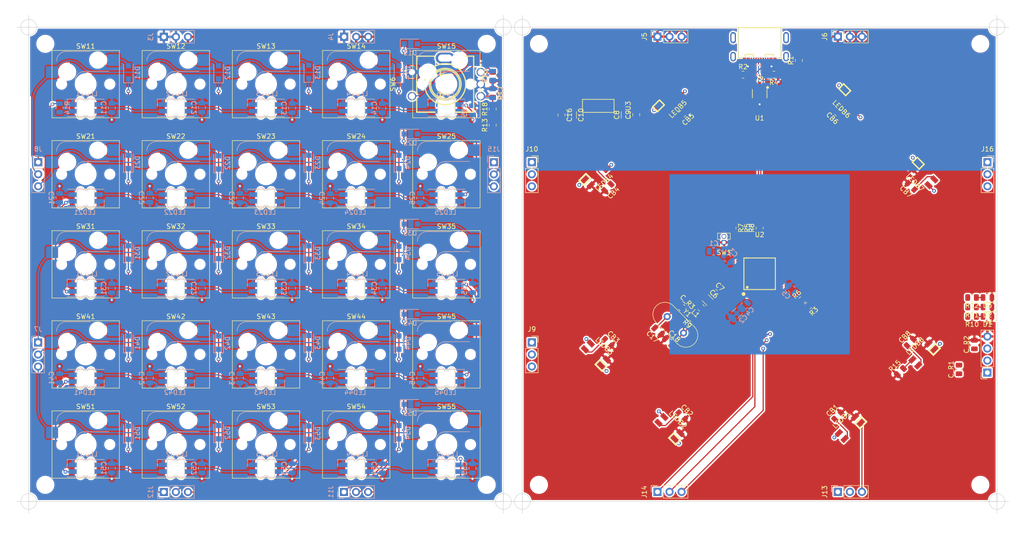
<source format=kicad_pcb>
(kicad_pcb (version 20211014) (generator pcbnew)
  (layers (0 "F.Cu" signal) (1 "In1.Cu" signal) (2 "In2.Cu" signal) (31 "B.Cu" signal) (34 "B.Paste" user) (35 "F.Paste" user) (36 "B.SilkS" user "B.Silkscreen") (37 "F.SilkS" user "F.Silkscreen") (38 "B.Mask" user) (39 "F.Mask" user) (44 "Edge.Cuts" user))
  (net 0 "")
  (net 1 "Net-(C1-Pad1)")
  (net 2 "GND")
  (net 3 "+3V3")
  (net 4 "Vusb")
  (net 5 "Net-(C17-Pad2)")
  (net 6 "Net-(C18-Pad2)")
  (net 7 "Net-(C19-Pad1)")
  (net 8 "Net-(C20-Pad1)")
  (net 9 "Net-(C_R1-Pad2)")
  (net 10 "Net-(C_R2-Pad1)")
  (net 11 "Net-(D1-Pad2)")
  (net 12 "Net-(D2-Pad2)")
  (net 13 "Net-(D3-Pad2)")
  (net 14 "COL1")
  (net 15 "Net-(D11-Pad2)")
  (net 16 "COL2")
  (net 17 "Net-(D12-Pad2)")
  (net 18 "COL3")
  (net 19 "Net-(D13-Pad2)")
  (net 20 "COL4")
  (net 21 "Net-(D14-Pad2)")
  (net 22 "COL5")
  (net 23 "ROTE")
  (net 24 "Net-(D21-Pad2)")
  (net 25 "Net-(D22-Pad2)")
  (net 26 "Net-(D23-Pad2)")
  (net 27 "Net-(D24-Pad2)")
  (net 28 "Net-(D25-Pad2)")
  (net 29 "Net-(D31-Pad2)")
  (net 30 "Net-(D32-Pad2)")
  (net 31 "Net-(D33-Pad2)")
  (net 32 "Net-(D34-Pad2)")
  (net 33 "Net-(D35-Pad2)")
  (net 34 "Net-(D41-Pad2)")
  (net 35 "Net-(D42-Pad2)")
  (net 36 "Net-(D43-Pad2)")
  (net 37 "Net-(D44-Pad2)")
  (net 38 "Net-(D45-Pad2)")
  (net 39 "Net-(D51-Pad2)")
  (net 40 "Net-(D52-Pad2)")
  (net 41 "Net-(D53-Pad2)")
  (net 42 "Net-(D54-Pad2)")
  (net 43 "Net-(D55-Pad2)")
  (net 44 "Net-(J2-PadA5)")
  (net 45 "USBDP")
  (net 46 "Net-(C6-Pad1)")
  (net 48 "Net-(J2-PadB5)")
  (net 50 "USBDN")
  (net 51 "Net-(LED11-Pad4)")
  (net 52 "Net-(LED11-Pad2)")
  (net 53 "Net-(LED12-Pad2)")
  (net 54 "Net-(LED13-Pad2)")
  (net 55 "Net-(LED14-Pad2)")
  (net 56 "Net-(LED15-Pad2)")
  (net 57 "Net-(LED21-Pad2)")
  (net 58 "Net-(LED21-Pad4)")
  (net 59 "Net-(LED22-Pad4)")
  (net 60 "Net-(LED23-Pad4)")
  (net 61 "Net-(LED24-Pad4)")
  (net 62 "Net-(LED31-Pad2)")
  (net 63 "Net-(LED32-Pad2)")
  (net 64 "Net-(LED33-Pad2)")
  (net 65 "Net-(LED34-Pad2)")
  (net 66 "Net-(LED35-Pad2)")
  (net 67 "Net-(LED41-Pad2)")
  (net 68 "Net-(LED41-Pad4)")
  (net 69 "Net-(LED42-Pad4)")
  (net 70 "Net-(LED43-Pad4)")
  (net 71 "Net-(LED44-Pad4)")
  (net 72 "Net-(LED51-Pad2)")
  (net 73 "Net-(LED52-Pad2)")
  (net 74 "Net-(LED53-Pad2)")
  (net 75 "Net-(LED54-Pad2)")
  (net 76 "Net-(LEDB1-Pad2)")
  (net 77 "Net-(LEDB2-Pad2)")
  (net 78 "Net-(LEDB3-Pad2)")
  (net 79 "Net-(LEDB4-Pad2)")
  (net 80 "Net-(LEDB5-Pad2)")
  (net 81 "Net-(J2-PadS1)")
  (net 82 "Net-(R3-Pad1)")
  (net 83 "Net-(R6-Pad1)")
  (net 84 "/USBD+")
  (net 85 "/USBD-")
  (net 86 "Net-(R9-Pad2)")
  (net 87 "Net-(R10-Pad2)")
  (net 88 "Net-(R11-Pad2)")
  (net 89 "Net-(R12-Pad2)")
  (net 90 "ROTB")
  (net 91 "BACKLIGHTOUT")
  (net 92 "ROTA")
  (net 93 "ROTD")
  (net 94 "ROW2")
  (net 95 "ROW3")
  (net 96 "ROW4")
  (net 97 "ROW5")
  (net 115 "Net-(LEDB6-Pad2)")
  (net 116 "Net-(LEDB7-Pad2)")
  (net 117 "Net-(LEDB8-Pad2)")
  (net 118 "BACKLIGHTIN")
  (footprint "keyswitch:SW_Hotswap_Kailh_MX_1.00u" (layer "F.Cu") (at 67 69)
    (fp_text reference "SW22")
    (fp_text value "SW")
  )
  (footprint "footprints:SK6812MINI_rev" (layer "F.Cu") (at 155.5 107 -45)
    (fp_text reference "LEDB3")
    (fp_text value "SK6812MINI" hide)
  )
  (footprint "" (layer "F.Cu") (at 240 38)
    (fp_text reference "")
    (fp_text value "")
  )
  (footprint "Resistor_SMD:R_0805_2012Metric" (layer "F.Cu") (at 173.604765 97.104765 -45)
    (fp_text reference "C_R3")
    (fp_text value "1M")
  )
  (footprint "Capacitor_SMD:C_0805_2012Metric" (layer "F.Cu") (at 177.671751 97.171751 135)
    (fp_text reference "L1")
    (fp_text value "bead")
  )
  (footprint "MountingHole:MountingHole_3.2mm_M3" (layer "F.Cu") (at 39.5 41.5)
    (fp_text reference "REF**" hide)
    (fp_text value "MountingHole_3.2mm_M3" hide)
  )
  (footprint "Resistor_SMD:R_0805_2012Metric" (layer "F.Cu") (at 200.25 96.75 -135)
    (fp_text reference "R3")
    (fp_text value "0")
  )
  (footprint "Resistor_SMD:R_0805_2012Metric" (layer "F.Cu") (at 190 80.3375 90)
    (fp_text reference "R8")
    (fp_text value "22")
  )
  (footprint "Capacitor_SMD:C_0805_2012Metric" (layer "F.Cu") (at 148.25 56.5 -90)
    (fp_text reference "C16")
    (fp_text value "100n")
  )
  (footprint "keyswitch:SW_Hotswap_Kailh_MX_1.00u" (layer "F.Cu") (at 67 107)
    (fp_text reference "SW42")
    (fp_text value "SW")
  )
  (footprint "MountingHole:MountingHole_3.2mm_M3" (layer "F.Cu") (at 39.5 134.5)
    (fp_text reference "REF**" hide)
    (fp_text value "MountingHole_3.2mm_M3" hide)
  )
  (footprint "Capacitor_SMD:C_1206_3216Metric" (layer "F.Cu") (at 161.75 56.5 90)
    (fp_text reference "C8")
    (fp_text value "1u")
  )
  (footprint "footprints:SK6812MINI_rev" (layer "F.Cu") (at 209 122.5 45)
    (fp_text reference "LEDB1")
    (fp_text value "SK6812MINI" hide)
  )
  (footprint "Capacitor_SMD:C_0805_2012Metric" (layer "F.Cu") (at 158 71.75 -135)
    (fp_text reference "CB4")
    (fp_text value "100n")
  )
  (footprint "Capacitor_SMD:C_0805_2012Metric" (layer "F.Cu") (at 173.5 120 -45)
    (fp_text reference "CB2")
    (fp_text value "100n")
  )
  (footprint "Crystal:Crystal_HC49-U_Vertical" (layer "F.Cu") (at 170.517588 99.017588 -45)
    (fp_text reference "Y1")
    (fp_text value "16M")
  )
  (footprint "Capacitor_SMD:C_0805_2012Metric" (layer "F.Cu") (at 180.421751 93.921751 -45)
    (fp_text reference "C7")
    (fp_text value "1n")
  )
  (footprint "Resistor_SMD:R_0805_2012Metric" (layer "F.Cu") (at 198.25 45 90)
    (fp_text reference "R1")
    (fp_text value "0")
  )
  (footprint "keyswitch:SW_Hotswap_Kailh_MX_1.00u" (layer "F.Cu") (at 105 69)
    (fp_text reference "SW24")
    (fp_text value "SW")
  )
  (footprint "Connector_PinSocket_2.54mm:PinSocket_1x03_P2.54mm_Vertical" (layer "F.Cu") (at 206.475 39.975 90)
    (fp_text reference "J6")
    (fp_text value "Conn_01x03_Female")
  )
  (footprint "Connector_PinSocket_1.27mm:PinSocket_1x02_P1.27mm_Vertical" (layer "F.Cu") (at 182.475 83.375 180)
    (fp_text reference "SW1")
    (fp_text value "SW")
  )
  (footprint "footprints:SOT-223-4_L6.5-W3.5-P2.30-LS7.0-BR" (layer "F.Cu") (at 156 54.58 -90)
    (fp_text reference "U3")
    (fp_text value "LD1117S33CTR")
  )
  (footprint "LED_SMD:LED_0805_2012Metric" (layer "F.Cu") (at 238 95 180)
    (fp_text reference "D3")
    (fp_text value "Led_Small")
  )
  (footprint "Resistor_SMD:R_0805_2012Metric" (layer "F.Cu") (at 219.645235 110.604765 45)
    (fp_text reference "R15")
    (fp_text value "470")
  )
  (footprint "" (layer "F.Cu") (at 240 138)
    (fp_text reference "")
    (fp_text value "")
  )
  (footprint "Resistor_SMD:R_0805_2012Metric" (layer "F.Cu") (at 133.75 51.8375 -90)
    (fp_text reference "R17")
    (fp_text value "10k")
  )
  (footprint "Connector_PinSocket_2.54mm:PinSocket_1x03_P2.54mm_Vertical" (layer "F.Cu") (at 168.475 39.975 90)
    (fp_text reference "J5")
    (fp_text value "Conn_01x03_Female")
  )
  (footprint "Capacitor_SMD:C_0805_2012Metric" (layer "F.Cu") (at 221.75 104.5 45)
    (fp_text reference "CB8")
    (fp_text value "100n")
  )
  (footprint "Capacitor_SMD:C_0805_2012Metric" (layer "F.Cu") (at 164 56.45 90)
    (fp_text reference "C9")
    (fp_text value "100n")
  )
  (footprint "keyswitch:SW_Hotswap_Kailh_MX_1.00u" (layer "F.Cu") (at 86 126)
    (fp_text reference "SW53")
    (fp_text value "SW")
  )
  (footprint "footprints:USB-C-SMD_TYPE-C-USB-4" (layer "F.Cu") (at 190 42.585 180)
    (fp_text reference "J2")
    (fp_text value "USB_C_Receptacle_USB2.0")
  )
  (footprint "Capacitor_SMD:C_0805_2012Metric" (layer "F.Cu") (at 158 104.5 -45)
    (fp_text reference "CB3")
    (fp_text value "100n")
  )
  (footprint "keyswitch:SW_Hotswap_Kailh_MX_1.00u" (layer "F.Cu") (at 124 88)
    (fp_text reference "SW35")
    (fp_text value "SW")
  )
  (footprint "MountingHole:MountingHole_3.2mm_M3" (layer "F.Cu") (at 132.5 41.5)
    (fp_text reference "REF**" hide)
    (fp_text value "MountingHole_3.2mm_M3" hide)
  )
  (footprint "keyswitch:SW_Hotswap_Kailh_MX_1.00u" (layer "F.Cu") (at 86 107)
    (fp_text reference "SW43")
    (fp_text value "SW")
  )
  (footprint "keyswitch:SW_Hotswap_Kailh_MX_1.00u" (layer "F.Cu") (at 124 50)
    (fp_text reference "SW15")
    (fp_text value "SW")
  )
  (footprint "Resistor_SMD:R_0805_2012Metric" (layer "F.Cu") (at 133.75 48.4125 90)
    (fp_text reference "R16")
    (fp_text value "10k")
  )
  (footprint "keyswitch:SW_Hotswap_Kailh_MX_1.00u" (layer "F.Cu") (at 124 126)
    (fp_text reference "SW55")
    (fp_text value "SW")
  )
  (footprint "Capacitor_SMD:C_1206_3216Metric" (layer "F.Cu") (at 150.5 56.5 -90)
    (fp_text reference "C10")
    (fp_text value "10u")
  )
  (footprint "keyswitch:SW_Hotswap_Kailh_MX_1.00u" (layer "F.Cu") (at 105 126)
    (fp_text reference "SW54")
    (fp_text value "SW")
  )
  (footprint "Resistor_SMD:R_0805_2012Metric" (layer "F.Cu") (at 234.75 99 180)
    (fp_text reference "R10")
    (fp_text value "1k")
  )
  (footprint "Connector_PinSocket_2.54mm:PinSocket_1x03_P2.54mm_Vertical" (layer "F.Cu") (at 142 104.46)
    (fp_text reference "J9")
    (fp_text value "Conn_01x03_Female")
  )
  (footprint "keyswitch:SW_Hotswap_Kailh_MX_1.00u" (layer "F.Cu") (at 86 69)
    (fp_text reference "SW23")
    (fp_text value "SW")
  )
  (footprint "Resistor_SMD:R_0805_2012Metric" (layer "F.Cu") (at 133.75 58.6625 90)
    (fp_text reference "R13")
    (fp_text value "10k")
  )
  (footprint "Capacitor_SMD:C_0805_2012Metric" (layer "F.Cu") (at 168.578249 102.078249 135)
    (fp_text reference "C17")
    (fp_text value "20p")
  )
  (footprint "Resistor_SMD:R_0805_2012Metric" (layer "F.Cu") (at 232 110.1625 90)
    (fp_text reference "C_R1")
    (fp_text value "10k")
  )
  (footprint "footprints:SK6812MINI_rev" (layer "F.Cu") (at 224.5 69 135)
    (fp_text reference "LEDB7")
    (fp_text value "SK6812MINI" hide)
  )
  (footprint "Resistor_SMD:R_0805_2012Metric" (layer "F.Cu") (at 235.25 104.9125 90)
    (fp_text reference "C_R2")
    (fp_text value "10k")
  )
  (footprint "MountingHole:MountingHole_3.2mm_M3" (layer "F.Cu") (at 132.5 134.5)
    (fp_text reference "REF**" hide)
    (fp_text value "MountingHole_3.2mm_M3" hide)
  )
  (footprint "footprints:SK6812MINI_rev" (layer "F.Cu") (at 155.5 69 -135)
    (fp_text reference "LEDB4")
    (fp_text value "SK6812MINI" hide)
  )
  (footprint "footprints:SK6812MINI_rev" (layer "F.Cu") (at 209 53.5 135)
    (fp_text reference "LEDB6")
    (fp_text value "SK6812MINI" hide)
  )
  (footprint "Connector_PinSocket_2.54mm:PinSocket_1x03_P2.54mm_Vertical" (layer "F.Cu") (at 142 66.46)
    (fp_text reference "J10")
    (fp_text value "Conn_01x03_Female")
  )
  (footprint "Capacitor_SMD:C_0805_2012Metric" (layer "F.Cu") (at 170.828249 104.328249 -45)
    (fp_text reference "C18")
    (fp_text value "20p")
  )
  (footprint "LED_SMD:LED_0805_2012Metric" (layer "F.Cu") (at 238 97 180)
    (fp_text reference "D2")
    (fp_text value "Led_Small")
  )
  (footprint "keyswitch:SW_Hotswap_Kailh_MX_1.00u" (layer "F.Cu") (at 67 126)
    (fp_text reference "SW52")
    (fp_text value "SW")
  )
  (footprint "Capacitor_SMD:C_0805_2012Metric" (layer "F.Cu") (at 173.75 56.25 -135)
    (fp_text reference "CB5")
    (fp_text value "100n")
  )
  (footprint "footprints:SOT-23-6_L2.9-W1.6-P0.95-LS2.8-BL" (layer "F.Cu") (at 190 52 180)
    (fp_text reference "U1")
    (fp_text value "SRV0504")
  )
  (footprint "Connector_PinSocket_2.54mm:PinSocket_1x03_P2.54mm_Vertical" (layer "F.Cu") (at 206.475 135.975 90)
    (fp_text reference "J13")
    (fp_text value "Conn_01x03_Female")
  )
  (footprint "footprints:LQFP-48_L7.0-W7.0-P0.50-LS9.0-BL" (layer "F.Cu") (at 190 90)
    (fp_text reference "U2")
    (fp_text value "STM32F103C8")
  )
  (footprint "keyswitch:SW_Hotswap_Kailh_MX_1.00u" (layer "F.Cu") (at 124 69)
    (fp_text reference "SW25")
    (fp_text value "SW")
  )
  (footprint "Resistor_SMD:R_0805_2012Metric" (layer "F.Cu") (at 133.75 55.25 90)
    (fp_text reference "R18")
    (fp_text value "10k")
  )
  (footprint "" (layer "F.Cu") (at 140 38)
    (fp_text reference "")
    (fp_text value "")
  )
  (footprint "keyswitch:SW_Hotswap_Kailh_MX_1.00u" (layer "F.Cu") (at 105 107)
    (fp_text reference "SW44")
    (fp_text value "SW")
  )
  (footprint "Capacitor_SMD:C_0805_2012Metric" (layer "F.Cu") (at 206.5 120 45)
    (fp_text reference "CB1")
    (fp_text value "100n")
  )
  (footprint "Resistor_SMD:R_0805_2012Metric" (layer "F.Cu") (at 175.895235 99.395235 135)
    (fp_text reference "R9")
    (fp_text value "33")
  )
  (footprint "Resistor_SMD:R_0805_2012Metric" (layer "F.Cu") (at 234.75 97 180)
    (fp_text reference "R11")
    (fp_text value "1k")
  )
  (footprint "keyswitch:SW_Hotswap_Kailh_MX_1.00u" (layer "F.Cu") (at 67 50)
    (fp_text reference "SW12")
    (fp_text value "SW")
  )
  (footprint "Resistor_SMD:R_0805_2012Metric" (layer "F.Cu") (at 234.75 95 180)
    (fp_text reference "R12")
    (fp_text value "1k")
  )
  (footprint "Capacitor_SMD:C_0805_2012Metric" (layer "F.Cu") (at 222 71.5 135)
    (fp_text reference "CB7")
    (fp_text value "100n")
  )
  (footprint "footprints:SW-TH_EC11XXXXXXXX" (layer "F.Cu") (at 124 50 90)
    (fp_text reference "SW6")
    (fp_text value "ALPS_EC11")
  )
  (footprint "keyswitch:SW_Hotswap_Kailh_MX_1.00u" (layer "F.Cu") (at 67 88)
    (fp_text reference "SW32")
    (fp_text value "SW")
  )
  (footprint "keyswitch:SW_Hotswap_Kailh_MX_1.00u" (layer "F.Cu") (at 86 50)
    (fp_text reference "SW13")
    (fp_text value "SW")
  )
  (footprint "footprints:SK6812MINI_rev" (layer "F.Cu") (at 224.5 107 45)
    (fp_text reference "LEDB8")
    (fp_text value "SK6812MINI" hide)
  )
  (footprint "Capacitor_SMD:C_0805_2012Metric" (layer "F.Cu") (at 206.5 56 135)
    (fp_text reference "CB6")
    (fp_text value "100n")
  )
  (footprint "keyswitch:SW_Hotswap_Kailh_MX_1.00u" (layer "F.Cu") (at 124 107)
    (fp_text reference "SW45")
    (fp_text value "SW")
  )
  (footprint "footprints:SK6812MINI_rev" (layer "F.Cu") (at 171 53.5 -135)
    (fp_text reference "LEDB5")
    (fp_text value "SK6812MINI" hide)
  )
  (footprint "Resistor_SMD:R_0805_2012Metric" (layer "F.Cu") (at 185.75 80.3375 -90)
    (fp_text reference "R5")
    (fp_text value "1k5")
  )
  (footprint "keyswitch:SW_Hotswap_Kailh_MX_1.00u" (layer "F.Cu") (at 48 107)
    (fp_text reference "SW41")
    (fp_text value "SW")
  )
  (footprint "Resistor_SMD:R_0805_2012Metric" (layer "F.Cu") (at 199 95.5 45)
    (fp_text reference "R6")
    (fp_text value "10k")
  )
  (footprint "LED_SMD:LED_0805_2012Metric" (layer "F.Cu") (at 238 99 180)
    (fp_text reference "D1")
    (fp_text value "Led_Small")
  )
  (footprint "Resistor_SMD:R_0805_2012Metric" (layer "F.Cu") (at 186.5 48)
    (fp_text reference "R2")
    (fp_text value "5k1")
  )
  (footprint "" (layer "F.Cu") (at 140 138)
    (fp_text reference "")
    (fp_text value "")
  )
  (footprint "keyswitch:SW_Hotswap_Kailh_MX_1.00u" (layer "F.Cu") (at 48 50)
    (fp_text reference "SW11")
    (fp_text value "SW")
  )
  (footprint "footprints:SK6812MINI_rev" (layer "F.Cu") (at 171 122.5 -45)
    (fp_text reference "LEDB2")
    (fp_text value "SK6812MINI" hide)
  )
  (footprint "keyswitch:SW_Hotswap_Kailh_MX_1.00u" (layer "F.Cu") (at 105 88)
    (fp_text reference "SW34")
    (fp_text value "SW")
  )
  (footprint "keyswitch:SW_Hotswap_Kailh_MX_1.00u" (layer "F.Cu") (at 48 126)
    (fp_text reference "SW51")
    (fp_text value "SW")
  )
  (footprint "Resistor_SMD:R_0805_2012Metric" (layer "F.Cu") (at 193 48 180)
    (fp_text reference "R4")
    (fp_text value "5k1")
  )
  (footprint "Resistor_SMD:R_0805_2012Metric" (layer "F.Cu") (at 187.75 80.3375 90)
    (fp_text reference "R7")
    (fp_text value "22")
  )
  (footprint "keyswitch:SW_Hotswap_Kailh_MX_1.00u" (layer "F.Cu") (at 48 69)
    (fp_text reference "SW21")
    (fp_text value "SW")
  )
  (footprint "keyswitch:SW_Hotswap_Kailh_MX_1.00u" (layer "F.Cu") (at 48 88)
    (fp_text reference "SW31")
    (fp_text value "SW")
  )
  (footprint "Capacitor_SMD:C_1206_3216Metric" (layer "F.Cu") (at 179.042983 95.542983 -45)
    (fp_text reference "C6")
    (fp_text value "1u")
  )
  (footprint "Connector_PinSocket_2.54mm:PinSocket_1x04_P2.54mm_Vertical" (layer "F.Cu") (at 237.975 110.83 180)
    (fp_text reference "J1")
    (fp_text value "SW Debug")
  )
  (footprint "Connector_PinSocket_2.54mm:PinSocket_1x03_P2.54mm_Vertical" (layer "F.Cu") (at 238 66.46)
    (fp_text reference "J16")
    (fp_text value "Conn_01x03_Female")
  )
  (footprint "Connector_PinSocket_2.54mm:PinSocket_1x03_P2.54mm_Vertical" (layer "F.Cu") (at 168.475 135.975 90)
    (fp_text reference "J14")
    (fp_text value "Conn_01x03_Female")
  )
  (footprint "keyswitch:SW_Hotswap_Kailh_MX_1.00u" (layer "F.Cu") (at 86 88)
    (fp_text reference "SW33")
    (fp_text value "SW")
  )
  (footprint "keyswitch:SW_Hotswap_Kailh_MX_1.00u" (layer "F.Cu") (at 105 50)
    (fp_text reference "SW14")
    (fp_text value "SW")
  )
  (footprint "Diode_SMD:D_SOD-123F" (layer "B.Cu") (at 76 104.5 90)
    (fp_text reference "D42")
    (fp_text value "1N4148")
  )
  (footprint "Capacitor_SMD:C_0805_2012Metric" (layer "B.Cu") (at 61.5 73.95 -90)
    (fp_text reference "C22")
    (fp_text value "100n")
  )
  (footprint "Diode_SMD:D_SOD-123F" (layer "B.Cu") (at 116.5 41.5)
    (fp_text reference "D15")
    (fp_text value "1N4148")
  )
  (footprint "footprints:YS-SK6812MINI-E" (layer "B.Cu") (at 105 93)
    (fp_text reference "LED34")
    (fp_text value "SK6812MINI-E")
    (fp_line (start -1.8 1.55) (end -1.8 -1.55) (layer "Edge.Cuts") (width 0.12))
    (fp_line (start 1.8 -1.55) (end 1.8 1.55) (layer "Edge.Cuts") (width 0.12))
    (fp_line (start 0.4 1.55) (end -0.4 1.55) (layer "Edge.Cuts") (width 0.12))
    (fp_line (start -0.4 -1.55) (end 0.4 -1.55) (layer "Edge.Cuts") (width 0.12))
    (fp_arc (start -1.8 -1.55) (mid -1.1 -2.225392) (end -0.4 -1.55) (layer "Edge.Cuts") (width 0.12))
    (fp_arc (start -0.4 1.55) (mid -1.1 2.225392) (end -1.8 1.55) (layer "Edge.Cuts") (width 0.12))
    (fp_arc (start 1.8 1.55) (mid 1.1 2.225392) (end 0.4 1.55) (layer "Edge.Cuts") (width 0.12))
    (fp_arc (start 0.4 -1.55) (mid 1.1 -2.225392) (end 1.8 -1.55) (layer "Edge.Cuts") (width 0.12))
  )
  (footprint "footprints:YS-SK6812MINI-E" (layer "B.Cu") (at 124 131)
    (fp_text reference "LED55")
    (fp_text value "SK6812MINI-E")
    (fp_line (start 1.8 -1.55) (end 1.8 1.55) (layer "Edge.Cuts") (width 0.12))
    (fp_line (start 0.4 1.55) (end -0.4 1.55) (layer "Edge.Cuts") (width 0.12))
    (fp_line (start -1.8 1.55) (end -1.8 -1.55) (layer "Edge.Cuts") (width 0.12))
    (fp_line (start -0.4 -1.55) (end 0.4 -1.55) (layer "Edge.Cuts") (width 0.12))
    (fp_arc (start 0.4 -1.55) (mid 1.1 -2.225392) (end 1.8 -1.55) (layer "Edge.Cuts") (width 0.12))
    (fp_arc (start -1.8 -1.55) (mid -1.1 -2.225392) (end -0.4 -1.55) (layer "Edge.Cuts") (width 0.12))
    (fp_arc (start 1.8 1.55) (mid 1.1 2.225392) (end 0.4 1.55) (layer "Edge.Cuts") (width 0.12))
    (fp_arc (start -0.4 1.55) (mid -1.1 2.225392) (end -1.8 1.55) (layer "Edge.Cuts") (width 0.12))
  )
  (footprint "Diode_SMD:D_SOD-123F" (layer "B.Cu") (at 95 47.4 90)
    (fp_text reference "D13")
    (fp_text value "1N4148")
  )
  (footprint "Diode_SMD:D_SOD-123F" (layer "B.Cu") (at 114 104.5 90)
    (fp_text reference "D44")
    (fp_text value "1N4148")
  )
  (footprint "Capacitor_SMD:C_0805_2012Metric" (layer "B.Cu") (at 99.5 112 -90)
    (fp_text reference "C44")
    (fp_text value "100n")
  )
  (footprint "footprints:YS-SK6812MINI-E" (layer "B.Cu") (at 86 131)
    (fp_text reference "LED53")
    (fp_text value "SK6812MINI-E")
    (fp_line (start -1.8 1.55) (end -1.8 -1.55) (layer "Edge.Cuts") (width 0.12))
    (fp_line (start -0.4 -1.55) (end 0.4 -1.55) (layer "Edge.Cuts") (width 0.12))
    (fp_line (start 0.4 1.55) (end -0.4 1.55) (layer "Edge.Cuts") (width 0.12))
    (fp_line (start 1.8 -1.55) (end 1.8 1.55) (layer "Edge.Cuts") (width 0.12))
    (fp_arc (start 1.8 1.55) (mid 1.1 2.225392) (end 0.4 1.55) (layer "Edge.Cuts") (width 0.12))
    (fp_arc (start 0.4 -1.55) (mid 1.1 -2.225392) (end 1.8 -1.55) (layer "Edge.Cuts") (width 0.12))
    (fp_arc (start -0.4 1.55) (mid -1.1 2.225392) (end -1.8 1.55) (layer "Edge.Cuts") (width 0.12))
    (fp_arc (start -1.8 -1.55) (mid -1.1 -2.225392) (end -0.4 -1.55) (layer "Edge.Cuts") (width 0.12))
  )
  (footprint "Capacitor_SMD:C_0805_2012Metric" (layer "B.Cu") (at 180.3 85.25 180)
    (fp_text reference "C1")
    (fp_text value "100n")
  )
  (footprint "Capacitor_SMD:C_0805_2012Metric" (layer "B.Cu") (at 183.25 86.75 135)
    (fp_text reference "C3")
    (fp_text value "100n")
  )
  (footprint "Diode_SMD:D_SOD-123F" (layer "B.Cu") (at 114 123.4 90)
    (fp_text reference "D54")
    (fp_text value "1N4148")
  )
  (footprint "Diode_SMD:D_SOD-123F" (layer "B.Cu") (at 57 47.5 90)
    (fp_text reference "D11")
    (fp_text value "1N4148")
  )
  (footprint "Capacitor_SMD:C_0805_2012Metric" (layer "B.Cu") (at 196.75 93.25 -45)
    (fp_text reference "C5")
    (fp_text value "100n")
  )
  (footprint "Capacitor_SMD:C_0805_2012Metric" (layer "B.Cu") (at 118.5 74 -90)
    (fp_text reference "C25")
    (fp_text value "100n")
  )
  (footprint "Diode_SMD:D_SOD-123F" (layer "B.Cu") (at 57 85.5 90)
    (fp_text reference "D31")
    (fp_text value "1N4148")
  )
  (footprint "Diode_SMD:D_SOD-123F" (layer "B.Cu") (at 116.5 117.5)
    (fp_text reference "D55")
    (fp_text value "1N4148")
  )
  (footprint "Capacitor_SMD:C_0805_2012Metric" (layer "B.Cu") (at 53.5 55 -90)
    (fp_text reference "C11")
    (fp_text value "100n")
  )
  (footprint "Connector_PinSocket_2.54mm:PinSocket_1x03_P2.54mm_Vertical" (layer "B.Cu") (at 64.475 40.025 -90)
    (fp_text reference "J3")
    (fp_text value "Conn_01x03_Male")
  )
  (footprint "Diode_SMD:D_SOD-123F" (layer "B.Cu") (at 95 104.4 90)
    (fp_text reference "D43")
    (fp_text value "1N4148")
  )
  (footprint "Capacitor_SMD:C_0805_2012Metric" (layer "B.Cu") (at 110.5 55.05 -90)
    (fp_text reference "C14")
    (fp_text value "100n")
  )
  (footprint "Capacitor_SMD:C_0805_2012Metric" (layer "B.Cu") (at 91.5 131 -90)
    (fp_text reference "C53")
    (fp_text value "100n")
  )
  (footprint "Capacitor_SMD:C_0805_2012Metric" (layer "B.Cu") (at 99.5 74.05 -90)
    (fp_text reference "C24")
    (fp_text value "100n")
  )
  (footprint "Diode_SMD:D_SOD-123F" (layer "B.Cu") (at 116.5 79.5)
    (fp_text reference "D35")
    (fp_text value "1N4148")
  )
  (footprint "Diode_SMD:D_SOD-123F" (layer "B.Cu") (at 76 66.5 90)
    (fp_text reference "D22")
    (fp_text value "1N4148")
  )
  (footprint "Connector_PinSocket_2.54mm:PinSocket_1x03_P2.54mm_Vertical" (layer "B.Cu") (at 102.42 136 -90)
    (fp_text reference "J11")
    (fp_text value "Conn_01x03_Male")
  )
  (footprint "Connector_PinSocket_2.54mm:PinSocket_1x03_P2.54mm_Vertical" (layer "B.Cu") (at 102.46 40 -90)
    (fp_text reference "J4")
    (fp_text value "Conn_01x03_Male")
  )
  (footprint "footprints:YS-SK6812MINI-E" (layer "B.Cu") (at 124 112 180)
    (fp_text reference "LED45")
    (fp_text value "SK6812MINI-E")
    (fp_line (start 0.4 1.55) (end -0.4 1.55) (layer "Edge.Cuts") (width 0.12))
    (fp_line (start -1.8 1.55) (end -1.8 -1.55) (layer "Edge.Cuts") (width 0.12))
    (fp_line (start 1.8 -1.55) (end 1.8 1.55) (layer "Edge.Cuts") (width 0.12))
    (fp_line (start -0.4 -1.55) (end 0.4 -1.55) (layer "Edge.Cuts") (width 0.12))
    (fp_arc (start 0.4 -1.55) (mid 1.1 -2.225392) (end 1.8 -1.55) (layer "Edge.Cuts") (width 0.12))
    (fp_arc (start -0.4 1.55) (mid -1.1 2.225392) (end -1.8 1.55) (layer "Edge.Cuts") (width 0.12))
    (fp_arc (start -1.8 -1.55) (mid -1.1 -2.225392) (end -0.4 -1.55) (layer "Edge.Cuts") (width 0.12))
    (fp_arc (start 1.8 1.55) (mid 1.1 2.225392) (end 0.4 1.55) (layer "Edge.Cuts") (width 0.12))
  )
  (footprint "Capacitor_SMD:C_0805_2012Metric" (layer "B.Cu") (at 42.5 112 -90)
    (fp_text reference "C41")
    (fp_text value "100n")
  )
  (footprint "Capacitor_SMD:C_0805_2012Metric" (layer "B.Cu") (at 72.5 54.95 -90)
    (fp_text reference "C12")
    (fp_text value "100n")
  )
  (footprint "footprints:YS-SK6812MINI-E" (layer "B.Cu") (at 48 131)
    (fp_text reference "LED51")
    (fp_text value "SK6812MINI-E")
    (fp_line (start 1.8 -1.55) (end 1.8 1.55) (layer "Edge.Cuts") (width 0.12))
    (fp_line (start -0.4 -1.55) (end 0.4 -1.55) (layer "Edge.Cuts") (width 0.12))
    (fp_line (start 0.4 1.55) (end -0.4 1.55) (layer "Edge.Cuts") (width 0.12))
    (fp_line (start -1.8 1.55) (end -1.8 -1.55) (layer "Edge.Cuts") (width 0.12))
    (fp_arc (start -1.8 -1.55) (mid -1.1 -2.225392) (end -0.4 -1.55) (layer "Edge.Cuts") (width 0.12))
    (fp_arc (start 0.4 -1.55) (mid 1.1 -2.225392) (end 1.8 -1.55) (layer "Edge.Cuts") (width 0.12))
    (fp_arc (start -0.4 1.55) (mid -1.1 2.225392) (end -1.8 1.55) (layer "Edge.Cuts") (width 0.12))
    (fp_arc (start 1.8 1.55) (mid 1.1 2.225392) (end 0.4 1.55) (layer "Edge.Cuts") (width 0.12))
  )
  (footprint "footprints:YS-SK6812MINI-E" (layer "B.Cu") (at 105 131)
    (fp_text reference "LED54")
    (fp_text value "SK6812MINI-E")
    (fp_line (start 1.8 -1.55) (end 1.8 1.55) (layer "Edge.Cuts") (width 0.12))
    (fp_line (start 0.4 1.55) (end -0.4 1.55) (layer "Edge.Cuts") (width 0.12))
    (fp_line (start -0.4 -1.55) (end 0.4 -1.55) (layer "Edge.Cuts") (width 0.12))
    (fp_line (start -1.8 1.55) (end -1.8 -1.55) (layer "Edge.Cuts") (width 0.12))
    (fp_arc (start 1.8 1.55) (mid 1.1 2.225392) (end 0.4 1.55) (layer "Edge.Cuts") (width 0.12))
    (fp_arc (start -1.8 -1.55) (mid -1.1 -2.225392) (end -0.4 -1.55) (layer "Edge.Cuts") (width 0.12))
    (fp_arc (start 0.4 -1.55) (mid 1.1 -2.225392) (end 1.8 -1.55) (layer "Edge.Cuts") (width 0.12))
    (fp_arc (start -0.4 1.55) (mid -1.1 2.225392) (end -1.8 1.55) (layer "Edge.Cuts") (width 0.12))
  )
  (footprint "Capacitor_SMD:C_0805_2012Metric" (layer "B.Cu") (at 118.5 112 -90)
    (fp_text reference "C45")
    (fp_text value "100n")
  )
  (footprint "Diode_SMD:D_SOD-123F" (layer "B.Cu") (at 114 85.6 90)
    (fp_text reference "D34")
    (fp_text value "1N4148")
  )
  (footprint "footprints:YS-SK6812MINI-E" (layer "B.Cu") (at 105 74 180)
    (fp_text reference "LED24")
    (fp_text value "SK6812MINI-E")
    (fp_line (start -1.8 1.55) (end -1.8 -1.55) (layer "Edge.Cuts") (width 0.12))
    (fp_line (start 1.8 -1.55) (end 1.8 1.55) (layer "Edge.Cuts") (width 0.12))
    (fp_line (start 0.4 1.55) (end -0.4 1.55) (layer "Edge.Cuts") (width 0.12))
    (fp_line (start -0.4 -1.55) (end 0.4 -1.55) (layer "Edge.Cuts") (width 0.12))
    (fp_arc (start 0.4 -1.55) (mid 1.1 -2.225392) (end 1.8 -1.55) (layer "Edge.Cuts") (width 0.12))
    (fp_arc (start 1.8 1.55) (mid 1.1 2.225392) (end 0.4 1.55) (layer "Edge.Cuts") (width 0.12))
    (fp_arc (start -1.8 -1.55) (mid -1.1 -2.225392) (end -0.4 -1.55) (layer "Edge.Cuts") (width 0.12))
    (fp_arc (start -0.4 1.55) (mid -1.1 2.225392) (end -1.8 1.55) (layer "Edge.Cuts") (width 0.12))
  )
  (footprint "Capacitor_SMD:C_1206_3216Metric" (layer "B.Cu") (at 185.25 98.25 45)
    (fp_text reference "C2")
    (fp_text value "10u")
  )
  (footprint "Capacitor_SMD:C_0805_2012Metric" (layer "B.Cu") (at 133.75 48.2 -90)
    (fp_text reference "C19")
    (fp_text value "100n")
  )
  (footprint "footprints:YS-SK6812MINI-E" (layer "B.Cu") (at 48 112 180)
    (fp_text reference "LED41")
    (fp_text value "SK6812MINI-E")
    (fp_line (start -1.8 1.55) (end -1.8 -1.55) (layer "Edge.Cuts") (width 0.12))
    (fp_line (start 0.4 1.55) (end -0.4 1.55) (layer "Edge.Cuts") (width 0.12))
    (fp_line (start 1.8 -1.55) (end 1.8 1.55) (layer "Edge.Cuts") (width 0.12))
    (fp_line (start -0.4 -1.55) (end 0.4 -1.55) (layer "Edge.Cuts") (width 0.12))
    (fp_arc (start 1.8 1.55) (mid 1.1 2.225392) (end 0.4 1.55) (layer "Edge.Cuts") (width 0.12))
    (fp_arc (start 0.4 -1.55) (mid 1.1 -2.225392) (end 1.8 -1.55) (layer "Edge.Cuts") (width 0.12))
    (fp_arc (start -1.8 -1.55) (mid -1.1 -2.225392) (end -0.4 -1.55) (layer "Edge.Cuts") (width 0.12))
    (fp_arc (start -0.4 1.55) (mid -1.1 2.225392) (end -1.8 1.55) (layer "Edge.Cuts") (width 0.12))
  )
  (footprint "footprints:YS-SK6812MINI-E" (layer "B.Cu") (at 67 93)
    (fp_text reference "LED32")
    (fp_text value "SK6812MINI-E")
    (fp_line (start 0.4 1.55) (end -0.4 1.55) (layer "Edge.Cuts") (width 0.12))
    (fp_line (start -1.8 1.55) (end -1.8 -1.55) (layer "Edge.Cuts") (width 0.12))
    (fp_line (start -0.4 -1.55) (end 0.4 -1.55) (layer "Edge.Cuts") (width 0.12))
    (fp_line (start 1.8 -1.55) (end 1.8 1.55) (layer "Edge.Cuts") (width 0.12))
    (fp_arc (start 0.4 -1.55) (mid 1.1 -2.225392) (end 1.8 -1.55) (layer "Edge.Cuts") (width 0.12))
    (fp_arc (start -1.8 -1.55) (mid -1.1 -2.225392) (end -0.4 -1.55) (layer "Edge.Cuts") (width 0.12))
    (fp_arc (start 1.8 1.55) (mid 1.1 2.225392) (end 0.4 1.55) (layer "Edge.Cuts") (width 0.12))
    (fp_arc (start -0.4 1.55) (mid -1.1 2.225392) (end -1.8 1.55) (layer "Edge.Cuts") (width 0.12))
  )
  (footprint "Capacitor_SMD:C_0805_2012Metric" (layer "B.Cu") (at 42.5 74 -90)
    (fp_text reference "C21")
    (fp_text value "100n")
  )
  (footprint "Capacitor_SMD:C_0805_2012Metric" (layer "B.Cu") (at 80.5 112 -90)
    (fp_text reference "C43")
    (fp_text value "100n")
  )
  (footprint "Capacitor_SMD:C_0805_2012Metric" (layer "B.Cu") (at 110.5 93.05 -90)
    (fp_text reference "C34")
    (fp_text value "100n")
  )
  (footprint "footprints:YS-SK6812MINI-E" (layer "B.Cu") (at 67 55)
    (fp_text reference "LED12")
    (fp_text value "SK6812MINI-E")
    (fp_line (start -0.4 -1.55) (end 0.4 -1.55) (layer "Edge.Cuts") (width 0.12))
    (fp_line (start -1.8 1.55) (end -1.8 -1.55) (layer "Edge.Cuts") (width 0.12))
    (fp_line (start 0.4 1.55) (end -0.4 1.55) (layer "Edge.Cuts") (width 0.12))
    (fp_line (start 1.8 -1.55) (end 1.8 1.55) (layer "Edge.Cuts") (width 0.12))
    (fp_arc (start 1.8 1.55) (mid 1.1 2.225392) (end 0.4 1.55) (layer "Edge.Cuts") (width 0.12))
    (fp_arc (start -1.8 -1.55) (mid -1.1 -2.225392) (end -0.4 -1.55) (layer "Edge.Cuts") (width 0.12))
    (fp_arc (start 0.4 -1.55) (mid 1.1 -2.225392) (end 1.8 -1.55) (layer "Edge.Cuts") (width 0.12))
    (fp_arc (start -0.4 1.55) (mid -1.1 2.225392) (end -1.8 1.55) (layer "Edge.Cuts") (width 0.12))
  )
  (footprint "Diode_SMD:D_SOD-123F" (layer "B.Cu") (at 76 47.5 90)
    (fp_text reference "D12")
    (fp_text value "1N4148")
  )
  (footprint "Capacitor_SMD:C_0805_2012Metric" (layer "B.Cu") (at 129.5 55.5 -90)
    (fp_text reference "C15")
    (fp_text value "100n")
  )
  (footprint "footprints:YS-SK6812MINI-E" (layer "B.Cu") (at 67 112 180)
    (fp_text reference "LED42")
    (fp_text value "SK6812MINI-E")
    (fp_line (start 1.8 -1.55) (end 1.8 1.55) (layer "Edge.Cuts") (width 0.12))
    (fp_line (start -1.8 1.55) (end -1.8 -1.55) (layer "Edge.Cuts") (width 0.12))
    (fp_line (start 0.4 1.55) (end -0.4 1.55) (layer "Edge.Cuts") (width 0.12))
    (fp_line (start -0.4 -1.55) (end 0.4 -1.55) (layer "Edge.Cuts") (width 0.12))
    (fp_arc (start 1.8 1.55) (mid 1.1 2.225392) (end 0.4 1.55) (layer "Edge.Cuts") (width 0.12))
    (fp_arc (start -1.8 -1.55) (mid -1.1 -2.225392) (end -0.4 -1.55) (layer "Edge.Cuts") (width 0.12))
    (fp_arc (start -0.4 1.55) (mid -1.1 2.225392) (end -1.8 1.55) (layer "Edge.Cuts") (width 0.12))
    (fp_arc (start 0.4 -1.55) (mid 1.1 -2.225392) (end 1.8 -1.55) (layer "Edge.Cuts") (width 0.12))
  )
  (footprint "footprints:YS-SK6812MINI-E" (layer "B.Cu") (at 105 55)
    (fp_text reference "LED14")
    (fp_text value "SK6812MINI-E")
    (fp_line (start -0.4 -1.55) (end 0.4 -1.55) (layer "Edge.Cuts") (width 0.12))
    (fp_line (start 0.4 1.55) (end -0.4 1.55) (layer "Edge.Cuts") (width 0.12))
    (fp_line (start -1.8 1.55) (end -1.8 -1.55) (layer "Edge.Cuts") (width 0.12))
    (fp_line (start 1.8 -1.55) (end 1.8 1.55) (layer "Edge.Cuts") (width 0.12))
    (fp_arc (start 1.8 1.55) (mid 1.1 2.225392) (end 0.4 1.55) (layer "Edge.Cuts") (width 0.12))
    (fp_arc (start -0.4 1.55) (mid -1.1 2.225392) (end -1.8 1.55) (layer "Edge.Cuts") (width 0.12))
    (fp_arc (start -1.8 -1.55) (mid -1.1 -2.225392) (end -0.4 -1.55) (layer "Edge.Cuts") (width 0.12))
    (fp_arc (start 0.4 -1.55) (mid 1.1 -2.225392) (end 1.8 -1.55) (layer "Edge.Cuts") (width 0.12))
  )
  (footprint "footprints:YS-SK6812MINI-E" (layer "B.Cu") (at 86 112 180)
    (fp_text reference "LED43")
    (fp_text value "SK6812MINI-E")
    (fp_line (start -0.4 -1.55) (end 0.4 -1.55) (layer "Edge.Cuts") (width 0.12))
    (fp_line (start 1.8 -1.55) (end 1.8 1.55) (layer "Edge.Cuts") (width 0.12))
    (fp_line (start -1.8 1.55) (end -1.8 -1.55) (layer "Edge.Cuts") (width 0.12))
    (fp_line (start 0.4 1.55) (end -0.4 1.55) (layer "Edge.Cuts") (width 0.12))
    (fp_arc (start -1.8 -1.55) (mid -1.1 -2.225392) (end -0.4 -1.55) (layer "Edge.Cuts") (width 0.12))
    (fp_arc (start 0.4 -1.55) (mid 1.1 -2.225392) (end 1.8 -1.55) (layer "Edge.Cuts") (width 0.12))
    (fp_arc (start -0.4 1.55) (mid -1.1 2.225392) (end -1.8 1.55) (layer "Edge.Cuts") (width 0.12))
    (fp_arc (start 1.8 1.55) (mid 1.1 2.225392) (end 0.4 1.55) (layer "Edge.Cuts") (width 0.12))
  )
  (footprint "Capacitor_SMD:C_0805_2012Metric" (layer "B.Cu") (at 129.5 93 -90)
    (fp_text reference "C35")
    (fp_text value "100n")
  )
  (footprint "Diode_SMD:D_SOD-123F" (layer "B.Cu") (at 57 123.5 90)
    (fp_text reference "D51")
    (fp_text value "1N4148")
  )
  (footprint "Diode_SMD:D_SOD-123F" (layer "B.Cu") (at 114 66.4 90)
    (fp_text reference "D24")
    (fp_text value "1N4148")
  )
  (footprint "footprints:YS-SK6812MINI-E" (layer "B.Cu") (at 105 112 180)
    (fp_text reference "LED44")
    (fp_text value "SK6812MINI-E")
    (fp_line (start 1.8 -1.55) (end 1.8 1.55) (layer "Edge.Cuts") (width 0.12))
    (fp_line (start -0.4 -1.55) (end 0.4 -1.55) (layer "Edge.Cuts") (width 0.12))
    (fp_line (start -1.8 1.55) (end -1.8 -1.55) (layer "Edge.Cuts") (width 0.12))
    (fp_line (start 0.4 1.55) (end -0.4 1.55) (layer "Edge.Cuts") (width 0.12))
    (fp_arc (start -0.4 1.55) (mid -1.1 2.225392) (end -1.8 1.55) (layer "Edge.Cuts") (width 0.12))
    (fp_arc (start 0.4 -1.55) (mid 1.1 -2.225392) (end 1.8 -1.55) (layer "Edge.Cuts") (width 0.12))
    (fp_arc (start -1.8 -1.55) (mid -1.1 -2.225392) (end -0.4 -1.55) (layer "Edge.Cuts") (width 0.12))
    (fp_arc (start 1.8 1.55) (mid 1.1 2.225392) (end 0.4 1.55) (layer "Edge.Cuts") (width 0.12))
  )
  (footprint "footprints:YS-SK6812MINI-E" (layer "B.Cu") (at 48 55)
    (fp_text reference "LED11")
    (fp_text value "SK6812MINI-E")
    (fp_line (start 1.8 -1.55) (end 1.8 1.55) (layer "Edge.Cuts") (width 0.12))
    (fp_line (start -1.8 1.55) (end -1.8 -1.55) (layer "Edge.Cuts") (width 0.12))
    (fp_line (start -0.4 -1.55) (end 0.4 -1.55) (layer "Edge.Cuts") (width 0.12))
    (fp_line (start 0.4 1.55) (end -0.4 1.55) (layer "Edge.Cuts") (width 0.12))
    (fp_arc (start 1.8 1.55) (mid 1.1 2.225392) (end 0.4 1.55) (layer "Edge.Cuts") (width 0.12))
    (fp_arc (start -0.4 1.55) (mid -1.1 2.225392) (end -1.8 1.55) (layer "Edge.Cuts") (width 0.12))
    (fp_arc (start 0.4 -1.55) (mid 1.1 -2.225392) (end 1.8 -1.55) (layer "Edge.Cuts") (width 0.12))
    (fp_arc (start -1.8 -1.55) (mid -1.1 -2.225392) (end -0.4 -1.55) (layer "Edge.Cuts") (width 0.12))
  )
  (footprint "footprints:YS-SK6812MINI-E" (layer "B.Cu") (at 124 74 180)
    (fp_text reference "LED25")
    (fp_text value "SK6812MINI-E")
    (fp_line (start -0.4 -1.55) (end 0.4 -1.55) (layer "Edge.Cuts") (width 0.12))
    (fp_line (start -1.8 1.55) (end -1.8 -1.55) (layer "Edge.Cuts") (width 0.12))
    (fp_line (start 0.4 1.55) (end -0.4 1.55) (layer "Edge.Cuts") (width 0.12))
    (fp_line (start 1.8 -1.55) (end 1.8 1.55) (layer "Edge.Cuts") (width 0.12))
    (fp_arc (start -1.8 -1.55) (mid -1.1 -2.225392) (end -0.4 -1.55) (layer "Edge.Cuts") (width 0.12))
    (fp_arc (start 0.4 -1.55) (mid 1.1 -2.225392) (end 1.8 -1.55) (layer "Edge.Cuts") (width 0.12))
    (fp_arc (start -0.4 1.55) (mid -1.1 2.225392) (end -1.8 1.55) (layer "Edge.Cuts") (width 0.12))
    (fp_arc (start 1.8 1.55) (mid 1.1 2.225392) (end 0.4 1.55) (layer "Edge.Cuts") (width 0.12))
  )
  (footprint "footprints:YS-SK6812MINI-E" (layer "B.Cu") (at 86 93)
    (fp_text reference "LED33")
    (fp_text value "SK6812MINI-E")
    (fp_line (start -1.8 1.55) (end -1.8 -1.55) (layer "Edge.Cuts") (width 0.12))
    (fp_line (start -0.4 -1.55) (end 0.4 -1.55) (layer "Edge.Cuts") (width 0.12))
    (fp_line (start 1.8 -1.55) (end 1.8 1.55) (layer "Edge.Cuts") (width 0.12))
    (fp_line (start 0.4 1.55) (end -0.4 1.55) (layer "Edge.Cuts") (width 0.12))
    (fp_arc (start 1.8 1.55) (mid 1.1 2.225392) (end 0.4 1.55) (layer "Edge.Cuts") (width 0.12))
    (fp_arc (start -0.4 1.55) (mid -1.1 2.225392) (end -1.8 1.55) (layer "Edge.Cuts") (width 0.12))
    (fp_arc (start 0.4 -1.55) (mid 1.1 -2.225392) (end 1.8 -1.55) (layer "Edge.Cuts") (width 0.12))
    (fp_arc (start -1.8 -1.55) (mid -1.1 -2.225392) (end -0.4 -1.55) (layer "Edge.Cuts") (width 0.12))
  )
  (footprint "Capacitor_SMD:C_0805_2012Metric" (layer "B.Cu") (at 61.5 112 -90)
    (fp_text reference "C42")
    (fp_text value "100n")
  )
  (footprint "Capacitor_SMD:C_0805_2012Metric" (layer "B.Cu") (at 133.75 51.95 90)
    (fp_text reference "C20")
    (fp_text value "100n")
  )
  (footprint "Diode_SMD:D_SOD-123F" (layer "B.Cu") (at 95 66.4 90)
    (fp_text reference "D23")
    (fp_text value "1N4148")
  )
  (footprint "Diode_SMD:D_SOD-123F" (layer "B.Cu") (at 76 123.4 90)
    (fp_text reference "D52")
    (fp_text value "1N4148")
  )
  (footprint "Capacitor_SMD:C_0805_2012Metric" (layer "B.Cu") (at 72.5 131 -90)
    (fp_text reference "C52")
    (fp_text value "100n")
  )
  (footprint "Capacitor_SMD:C_0805_2012Metric" (layer "B.Cu") (at 186.75 96.75 45)
    (fp_text reference "C4")
    (fp_text value "100n")
  )
  (footprint "Capacitor_SMD:C_0805_2012Metric" (layer "B.Cu") (at 91.5 55.05 -90)
    (fp_text reference "C13")
    (fp_text value "100n")
  )
  (footprint "footprints:YS-SK6812MINI-E" (layer "B.Cu") (at 67 74 180)
    (fp_text reference "LED22")
    (fp_text value "SK6812MINI-E")
    (fp_line (start -1.8 1.55) (end -1.8 -1.55) (layer "Edge.Cuts") (width 0.12))
    (fp_line (start 0.4 1.55) (end -0.4 1.55) (layer "Edge.Cuts") (width 0.12))
    (fp_line (start 1.8 -1.55) (end 1.8 1.55) (layer "Edge.Cuts") (width 0.12))
    (fp_line (start -0.4 -1.55) (end 0.4 -1.55) (layer "Edge.Cuts") (width 0.12))
    (fp_arc (start 0.4 -1.55) (mid 1.1 -2.225392) (end 1.8 -1.55) (layer "Edge.Cuts") (width 0.12))
    (fp_arc (start -1.8 -1.55) (mid -1.1 -2.225392) (end -0.4 -1.55) (layer "Edge.Cuts") (width 0.12))
    (fp_arc (start -0.4 1.55) (mid -1.1 2.225392) (end -1.8 1.55) (layer "Edge.Cuts") (width 0.12))
    (fp_arc (start 1.8 1.55) (mid 1.1 2.225392) (end 0.4 1.55) (layer "Edge.Cuts") (width 0.12))
  )
  (footprint "footprints:YS-SK6812MINI-E" (layer "B.Cu") (at 48 74 180)
    (fp_text reference "LED21")
    (fp_text value "SK6812MINI-E")
    (fp_line (start -1.8 1.55) (end -1.8 -1.55) (layer "Edge.Cuts") (width 0.12))
    (fp_line (start -0.4 -1.55) (end 0.4 -1.55) (layer "Edge.Cuts") (width 0.12))
    (fp_line (start 0.4 1.55) (end -0.4 1.55) (layer "Edge.Cuts") (width 0.12))
    (fp_line (start 1.8 -1.55) (end 1.8 1.55) (layer "Edge.Cuts") (width 0.12))
    (fp_arc (start 1.8 1.55) (mid 1.1 2.225392) (end 0.4 1.55) (layer "Edge.Cuts") (width 0.12))
    (fp_arc (start -1.8 -1.55) (mid -1.1 -2.225392) (end -0.4 -1.55) (layer "Edge.Cuts") (width 0.12))
    (fp_arc (start 0.4 -1.55) (mid 1.1 -2.225392) (end 1.8 -1.55) (layer "Edge.Cuts") (width 0.12))
    (fp_arc (start -0.4 1.55) (mid -1.1 2.225392) (end -1.8 1.55) (layer "Edge.Cuts") (width 0.12))
  )
  (footprint "Connector_PinSocket_2.54mm:PinSocket_1x03_P2.54mm_Vertical" (layer "B.Cu") (at 37.975 104.475 180)
    (fp_text reference "J7")
    (fp_text value "Conn_01x03_Male")
  )
  (footprint "Diode_SMD:D_SOD-123F" (layer "B.Cu") (at 116.5 98.5)
    (fp_text reference "D45")
    (fp_text value "1N4148")
  )
  (footprint "Capacitor_SMD:C_0805_2012Metric" (layer "B.Cu") (at 110.5 131 -90)
    (fp_text reference "C54")
    (fp_text value "100n")
  )
  (footprint "Capacitor_SMD:C_0805_2012Metric" (layer "B.Cu") (at 80.5 74 -90)
    (fp_text reference "C23")
    (fp_text value "100n")
  )
  (footprint "Resistor_SMD:R_0805_2012Metric" (layer "B.Cu") (at 42.5 55 90)
    (fp_text reference "R14")
    (fp_text value "220")
  )
  (footprint "footprints:YS-SK6812MINI-E" (layer "B.Cu") (at 86 55)
    (fp_text reference "LED13")
    (fp_text value "SK6812MINI-E")
    (fp_line (start -0.4 -1.55) (end 0.4 -1.55) (layer "Edge.Cuts") (width 0.12))
    (fp_line (start -1.8 1.55) (end -1.8 -1.55) (layer "Edge.Cuts") (width 0.12))
    (fp_line (start 1.8 -1.55) (end 1.8 1.55) (layer "Edge.Cuts") (width 0.12))
    (fp_line (start 0.4 1.55) (end -0.4 1.55) (layer "Edge.Cuts") (width 0.12))
    (fp_arc (start -1.8 -1.55) (mid -1.1 -2.225392) (end -0.4 -1.55) (layer "Edge.Cuts") (width 0.12))
    (fp_arc (start 1.8 1.55) (mid 1.1 2.225392) (end 0.4 1.55) (layer "Edge.Cuts") (width 0.12))
    (fp_arc (start -0.4 1.55) (mid -1.1 2.225392) (end -1.8 1.55) (layer "Edge.Cuts") (width 0.12))
    (fp_arc (start 0.4 -1.55) (mid 1.1 -2.225392) (end 1.8 -1.55) (layer "Edge.Cuts") (width 0.12))
  )
  (footprint "Connector_PinSocket_2.54mm:PinSocket_1x03_P2.54mm_Vertical" (layer "B.Cu") (at 134 66.475 180)
    (fp_text reference "J15")
    (fp_text value "Conn_01x03_Male")
  )
  (footprint "footprints:YS-SK6812MINI-E" (layer "B.Cu") (at 124 93)
    (fp_text reference "LED35")
    (fp_text value "SK6812MINI-E")
    (fp_line (start 0.4 1.55) (end -0.4 1.55) (layer "Edge.Cuts") (width 0.12))
    (fp_line (start -1.8 1.55) (end -1.8 -1.55) (layer "Edge.Cuts") (width 0.12))
    (fp_line (start 1.8 -1.55) (end 1.8 1.55) (layer "Edge.Cuts") (width 0.12))
    (fp_line (start -0.4 -1.55) (end 0.4 -1.55) (layer "Edge.Cuts") (width 0.12))
    (fp_arc (start -0.4 1.55) (mid -1.1 2.225392) (end -1.8 1.55) (layer "Edge.Cuts") (width 0.12))
    (fp_arc (start 0.4 -1.55) (mid 1.1 -2.225392) (end 1.8 -1.55) (layer "Edge.Cuts") (width 0.12))
    (fp_arc (start 1.8 1.55) (mid 1.1 2.225392) (end 0.4 1.55) (layer "Edge.Cuts") (width 0.12))
    (fp_arc (start -1.8 -1.55) (mid -1.1 -2.225392) (end -0.4 -1.55) (layer "Edge.Cuts") (width 0.12))
  )
  (footprint "Diode_SMD:D_SOD-123F" (layer "B.Cu") (at 116.5 60.5)
    (fp_text reference "D25")
    (fp_text value "1N4148")
  )
  (footprint "Diode_SMD:D_SOD-123F" (layer "B.Cu") (at 114 47.5 90)
    (fp_text reference "D14")
    (fp_text value "1N4148")
  )
  (footprint "footprints:YS-SK6812MINI-E" (layer "B.Cu") (at 86 74 180)
    (fp_text reference "LED23")
    (fp_text value "SK6812MINI-E")
    (fp_line (start -0.4 -1.55) (end 0.4 -1.55) (layer "Edge.Cuts") (width 0.12))
    (fp_line (start 1.8 -1.55) (end 1.8 1.55) (layer "Edge.Cuts") (width 0.12))
    (fp_line (start -1.8 1.55) (end -1.8 -1.55) (layer "Edge.Cuts") (width 0.12))
    (fp_line (start 0.4 1.55) (end -0.4 1.55) (layer "Edge.Cuts") (width 0.12))
    (fp_arc (start 1.8 1.55) (mid 1.1 2.225392) (end 0.4 1.55) (layer "Edge.Cuts") (width 0.12))
    (fp_arc (start 0.4 -1.55) (mid 1.1 -2.225392) (end 1.8 -1.55) (layer "Edge.Cuts") (width 0.12))
    (fp_arc (start -0.4 1.55) (mid -1.1 2.225392) (end -1.8 1.55) (layer "Edge.Cuts") (width 0.12))
    (fp_arc (start -1.8 -1.55) (mid -1.1 -2.225392) (end -0.4 -1.55) (layer "Edge.Cuts") (width 0.12))
  )
  (footprint "Capacitor_SMD:C_0805_2012Metric" (layer "B.Cu") (at 91.5 93.05 -90)
    (fp_text reference "C33")
    (fp_text value "100n")
  )
  (footprint "footprints:YS-SK6812MINI-E" (layer "B.Cu") (at 124 55)
    (fp_text reference "LED15")
    (fp_text value "SK6812MINI-E")
    (fp_line (start -0.4 -1.55) (end 0.4 -1.55) (layer "Edge.Cuts") (width 0.12))
    (fp_line (start 0.4 1.55) (end -0.4 1.55) (layer "Edge.Cuts") (width 0.12))
    (fp_line (start 1.8 -1.55) (end 1.8 1.55) (layer "Edge.Cuts") (width 0.12))
    (fp_line (start -1.8 1.55) (end -1.8 -1.55) (layer "Edge.Cuts") (width 0.12))
    (fp_arc (start 0.4 -1.55) (mid 1.1 -2.225392) (end 1.8 -1.55) (layer "Edge.Cuts") (width 0.12))
    (fp_arc (start -1.8 -1.55) (mid -1.1 -2.225392) (end -0.4 -1.55) (layer "Edge.Cuts") (width 0.12))
    (fp_arc (start 1.8 1.55) (mid 1.1 2.225392) (end 0.4 1.55) (layer "Edge.Cuts") (width 0.12))
    (fp_arc (start -0.4 1.55) (mid -1.1 2.225392) (end -1.8 1.55) (layer "Edge.Cuts") (width 0.12))
  )
  (footprint "Diode_SMD:D_SOD-123F" (layer "B.Cu") (at 95 123.5 90)
    (fp_text reference "D53")
    (fp_text value "1N4148")
  )
  (footprint "Diode_SMD:D_SOD-123F" (layer "B.Cu") (at 57 104.5 90)
    (fp_text reference "D41")
    (fp_text value "1N4148")
  )
  (footprint "Connector_PinSocket_2.54mm:PinSocket_1x03_P2.54mm_Vertical" (layer "B.Cu") (at 64.46 136 -90)
    (fp_text reference "J12")
    (fp_text value "Conn_01x03_Male")
  )
  (footprint "Connector_PinSocket_2.54mm:PinSocket_1x03_P2.54mm_Vertical" (layer "B.Cu") (at 38 66.46 180)
    (fp_text reference "J8")
    (fp_text value "Conn_01x03_Male")
  )
  (footprint "Capacitor_SMD:C_0805_2012Metric" (layer "B.Cu") (at 53.5 93.05 -90)
    (fp_text reference "C31")
    (fp_text value "100n")
  )
  (footprint "footprints:YS-SK6812MINI-E" (layer "B.Cu") (at 67 131)
    (fp_text reference "LED52")
    (fp_text value "SK6812MINI-E")
    (fp_line (start 1.8 -1.55) (end 1.8 1.55) (layer "Edge.Cuts") (width 0.12))
    (fp_line (start -1.8 1.55) (end -1.8 -1.55) (layer "Edge.Cuts") (width 0.12))
    (fp_line (start 0.4 1.55) (end -0.4 1.55) (layer "Edge.Cuts") (width 0.12))
    (fp_line (start -0.4 -1.55) (end 0.4 -1.55) (layer "Edge.Cuts") (width 0.12))
    (fp_arc (start -1.8 -1.55) (mid -1.1 -2.225392) (end -0.4 -1.55) (layer "Edge.Cuts") (width 0.12))
    (fp_arc (start -0.4 1.55) (mid -1.1 2.225392) (end -1.8 1.55) (layer "Edge.Cuts") (width 0.12))
    (fp_arc (start 0.4 -1.55) (mid 1.1 -2.225392) (end 1.8 -1.55) (layer "Edge.Cuts") (width 0.12))
    (fp_arc (start 1.8 1.55) (mid 1.1 2.225392) (end 0.4 1.55) (layer "Edge.Cuts") (width 0.12))
  )
  (footprint "Capacitor_SMD:C_0805_2012Metric" (layer "B.Cu") (at 72.5 93.05 -90)
    (fp_text reference "C32")
    (fp_text value "100n")
  )
  (footprint "footprints:YS-SK6812MINI-E" (layer "B.Cu") (at 48 93)
    (fp_text reference "LED31")
    (fp_text value "SK6812MINI-E")
    (fp_line (start -0.4 -1.55) (end 0.4 -1.55) (layer "Edge.Cuts") (width 0.12))
    (fp_line (start 0.4 1.55) (end -0.4 1.55) (layer "Edge.Cuts") (width 0.12))
    (fp_line (start 1.8 -1.55) (end 1.8 1.55) (layer "Edge.Cuts") (width 0.12))
    (fp_line (start -1.8 1.55) (end -1.8 -1.55) (layer "Edge.Cuts") (width 0.12))
    (fp_arc (start -0.4 1.55) (mid -1.1 2.225392) (end -1.8 1.55) (layer "Edge.Cuts") (width 0.12))
    (fp_arc (start 1.8 1.55) (mid 1.1 2.225392) (end 0.4 1.55) (layer "Edge.Cuts") (width 0.12))
    (fp_arc (start -1.8 -1.55) (mid -1.1 -2.225392) (end -0.4 -1.55) (layer "Edge.Cuts") (width 0.12))
    (fp_arc (start 0.4 -1.55) (mid 1.1 -2.225392) (end 1.8 -1.55) (layer "Edge.Cuts") (width 0.12))
  )
  (footprint "Diode_SMD:D_SOD-123F" (layer "B.Cu") (at 95 85.5 90)
    (fp_text reference "D33")
    (fp_text value "1N4148")
  )
  (footprint "Capacitor_SMD:C_0805_2012Metric" (layer "B.Cu") (at 129.5 131 -90)
    (fp_text reference "C55")
    (fp_text value "100n")
  )
  (footprint "Diode_SMD:D_SOD-123F" (layer "B.Cu") (at 57 66.4 90)
    (fp_text reference "D21")
    (fp_text value "1N4148")
  )
  (footprint "Diode_SMD:D_SOD-123F" (layer "B.Cu") (at 76 85.4 90)
    (fp_text reference "D32")
    (fp_text value "1N4148")
  )
  (footprint "Capacitor_SMD:C_0805_2012Metric" (layer "B.Cu") (at 53.5 131 -90)
    (fp_text reference "C51")
    (fp_text value "100n")
  )
  (gr_line (start 240 38) (end 240 138) (layer "Edge.Cuts") (width 0.1))
  (gr_line (start 240 138) (end 140 138) (layer "Edge.Cuts") (width 0.1))
  (gr_line (start 36 38) (end 136 38) (layer "Edge.Cuts") (width 0.1))
  (gr_line (start 140 138) (end 140 38) (layer "Edge.Cuts") (width 0.1))
  (gr_line (start 194.5 38) (end 194.5 44.4) (layer "Edge.Cuts") (width 0.1))
  (gr_line (start 185.5 38) (end 140 38) (layer "Edge.Cuts") (width 0.1))
  (gr_line (start 36 138) (end 36 38) (layer "Edge.Cuts") (width 0.1))
  (gr_line (start 136 138) (end 36 138) (layer "Edge.Cuts") (width 0.1))
  (gr_line (start 194.5 38) (end 240 38) (layer "Edge.Cuts") (width 0.1))
  (gr_line (start 194.5 44.4) (end 185.5 44.4) (layer "Edge.Cuts") (width 0.1))
  (gr_line (start 185.5 44.4) (end 185.5 38) (layer "Edge.Cuts") (width 0.1))
  (gr_line (start 136 38) (end 136 138) (layer "Edge.Cuts") (width 0.1))
  (target plus (at 140 38) (size 5) (width 0.1) (layer "Edge.Cuts"))
  (target plus (at 36 38) (size 5) (width 0.1) (layer "Edge.Cuts"))
  (target plus (at 140 138) (size 5) (width 0.1) (layer "Edge.Cuts"))
  (target plus (at 240 138) (size 5) (width 0.1) (layer "Edge.Cuts"))
  (target plus (at 240 38) (size 5) (width 0.1) (layer "Edge.Cuts"))
  (target plus (at 136 138) (size 5) (width 0.1) (layer "Edge.Cuts"))
  (target plus (at 36 138) (size 5) (width 0.1) (layer "Edge.Cuts"))
  (target plus (at 136 38) (size 5) (width 0.1) (layer "Edge.Cuts"))
  (segment (start 194 48.0875) (end 193.9125 48) (width 0.254) (layer "F.Cu") (net 2))
  (segment (start 190 49.3005) (end 190.042878 49.257622) (width 0.254) (layer "F.Cu") (net 2))
  (segment (start 194 49.5) (end 194 48.0875) (width 0.254) (layer "F.Cu") (net 2))
  (segment (start 190 50.85) (end 190 49.3005) (width 0.254) (layer "F.Cu") (net 2))
  (via (at 194 49.5) (size 0.8) (drill 0.4) (layers "F.Cu" "B.Cu") (net 2))
  (via (at 190.042878 49.257622) (size 0.8) (drill 0.4) (layers "F.Cu" "B.Cu") (net 2))
  (segment (start 190.042878 49.257622) (end 193.757622 49.257622) (width 0.254) (layer "B.Cu") (net 2))
  (segment (start 193.757622 49.257622) (end 194 49.5) (width 0.254) (layer "B.Cu") (net 2))
  (segment (start 156 57.41) (end 156 56.665) (width 0.5) (layer "F.Cu") (net 3))
  (segment (start 156 56.665) (end 154.885 55.55) (width 0.5) (layer "F.Cu") (net 3))
  (segment (start 154.885 55.55) (end 148.25 55.55) (width 0.5) (layer "F.Cu") (net 3))
  (segment (start 154.66915 106.487348) (end 157.328249 103.828249) (width 0.25) (layer "F.Cu") (net 4))
  (segment (start 226.815775 70.078338) (end 226.250089 69.512652) (width 0.25) (layer "F.Cu") (net 4))
  (segment (start 158.671751 71.078249) (end 156.012652 68.41915) (width 0.25) (layer "F.Cu") (net 4))
  (segment (start 226.250089 69.512652) (end 225.33085 69.512652) (width 0.25) (layer "F.Cu") (net 4))
  (segment (start 163.99 57.41) (end 164 57.4) (width 0.5) (layer "F.Cu") (net 4))
  (segment (start 187.59 44.975) (end 187.59 46.1855) (width 0.5) (layer "F.Cu") (net 4))
  (segment (start 209.83085 54.012652) (end 207.171751 56.671751) (width 0.25) (layer "F.Cu") (net 4))
  (segment (start 190 53.15) (end 190 54.25) (width 0.25) (layer "F.Cu") (net 4))
  (segment (start 223.421662 109.315775) (end 223.987348 108.750089) (width 0.25) (layer "F.Cu") (net 4))
  (segment (start 174.421751 55.671751) (end 174.421751 55.578249) (width 0.25) (layer "F.Cu") (net 4))
  (segment (start 208.487348 123.33085) (end 205.828249 120.671751) (width 0.25) (layer "F.Cu") (net 4))
  (segment (start 156.012652 68.41915) (end 156.012652 67.249911) (width 0.25) (layer "F.Cu") (net 4))
  (segment (start 211.315775 54.578338) (end 210.750089 54.012652) (width 0.25) (layer "F.Cu") (net 4))
  (segment (start 153.749911 106.487348) (end 154.66915 106.487348) (width 0.25) (layer "F.Cu") (net 4))
  (segment (start 223.987348 108.750089) (end 223.987348 108.08085) (width 0.25) (layer "F.Cu") (net 4))
  (segment (start 225.33085 69.512652) (end 222.671751 72.171751) (width 0.25) (layer "F.Cu") (net 4))
  (segment (start 168.684225 121.421662) (end 169.249911 121.987348) (width 0.25) (layer "F.Cu") (net 4))
  (segment (start 153.184225 105.921662) (end 153.749911 106.487348) (width 0.25) (layer "F.Cu") (net 4))
  (segment (start 171.512652 52.66915) (end 174.421751 55.578249) (width 0.25) (layer "F.Cu") (net 4))
  (segment (start 210.750089 54.012652) (end 209.83085 54.012652) (width 0.25) (layer "F.Cu") (net 4))
  (segment (start 172.078338 51.184225) (end 171.512652 51.749911) (width 0.25) (layer "F.Cu") (net 4))
  (segment (start 207.921662 124.815775) (end 208.487348 124.250089) (width 0.25) (layer "F.Cu") (net 4))
  (segment (start 170.16915 121.987348) (end 172.828249 119.328249) (width 0.25) (layer "F.Cu") (net 4))
  (segment (start 169.249911 121.987348) (end 170.16915 121.987348) (width 0.25) (layer "F.Cu") (net 4))
  (segment (start 192.41 44.975) (end 192.41 46.16) (width 0.5) (layer "F.Cu") (net 4))
  (segment (start 187.59 46.1855) (end 187.5255 46.25) (width 0.5) (layer "F.Cu") (net 4))
  (segment (start 158.3 57.41) (end 163.99 57.41) (width 0.5) (layer "F.Cu") (net 4))
  (segment (start 156.012652 67.249911) (end 156.578338 66.684225) (width 0.25) (layer "F.Cu") (net 4))
  (segment (start 175.25 56.5) (end 174.421751 55.671751) (width 0.25) (layer "F.Cu") (net 4))
  (segment (start 192.41 46.16) (end 192.5 46.25) (width 0.5) (layer "F.Cu") (net 4))
  (segment (start 223.987348 108.08085) (end 221.078249 105.171751) (width 0.25) (layer "F.Cu") (net 4))
  (segment (start 208.487348 124.250089) (end 208.487348 123.33085) (width 0.25) (layer "F.Cu") (net 4))
  (segment (start 171.512652 51.749911) (end 171.512652 52.66915) (width 0.25) (layer "F.Cu") (net 4))
  (via (at 42.5 109.5) (size 0.8) (drill 0.4) (layers "F.Cu" "B.Cu") (net 4))
  (via (at 129.5 57.5) (size 0.8) (drill 0.4) (layers "F.Cu" "B.Cu") (net 4))
  (via (at 118.5 109.5) (size 0.8) (drill 0.4) (layers "F.Cu" "B.Cu") (net 4))
  (via (at 110.5 57.5) (size 0.8) (drill 0.4) (layers "F.Cu" "B.Cu") (net 4))
  (via (at 110.5 133.25) (size 0.8) (drill 0.4) (layers "F.Cu" "B.Cu") (net 4))
  (via (at 129.5 95.5) (size 0.8) (drill 0.4) (layers "F.Cu" "B.Cu") (net 4))
  (via (at 99.5 109.5) (size 0.8) (drill 0.4) (layers "F.Cu" "B.Cu") (net 4))
  (via (at 110.5 95.5) (size 0.8) (drill 0.4) (layers "F.Cu" "B.Cu") (net 4))
  (via (at 118.5 71.5) (size 0.8) (drill 0.4) (layers "F.Cu" "B.Cu") (net 4))
  (via (at 99.5 71.5) (size 0.8) (drill 0.4) (layers "F.Cu" "B.Cu") (net 4))
  (via (at 91.5 95.5) (size 0.8) (drill 0.4) (layers "F.Cu" "B.Cu") (net 4))
  (via (at 192.5 46.25) (size 0.8) (drill 0.4) (layers "F.Cu" "B.Cu") (net 4))
  (via (at 53.5 133.25) (size 0.8) (drill 0.4) (layers "F.Cu" "B.Cu") (net 4))
  (via (at 190 54.25) (size 0.8) (drill 0.4) (layers "F.Cu" "B.Cu") (net 4))
  (via (at 80.5 71.5) (size 0.8) (drill 0.4) (layers "F.Cu" "B.Cu") (net 4))
  (via (at 129.5 133.25) (size 0.8) (drill 0.4) (layers "F.Cu" "B.Cu") (net 4))
  (via (at 42.5 71.5) (size 0.8) (drill 0.4) (layers "F.Cu" "B.Cu") (net 4))
  (via (at 53.5 95.5) (size 0.8) (drill 0.4) (layers "F.Cu" "B.Cu") (net 4))
  (via (at 53.5 57.5) (size 0.8) (drill 0.4) (layers "F.Cu" "B.Cu") (net 4))
  (via (at 187.5255 46.25) (size 0.8) (drill 0.4) (layers "F.Cu" "B.Cu") (net 4))
  (via (at 91.5 57.5) (size 0.8) (drill 0.4) (layers "F.Cu" "B.Cu") (net 4))
  (via (at 61.5 109.5) (size 0.8) (drill 0.4) (layers "F.Cu" "B.Cu") (net 4))
  (via (at 72.5 133.2355) (size 0.8) (drill 0.4) (layers "F.Cu" "B.Cu") (net 4))
  (via (at 61.5 71.5) (size 0.8) (drill 0.4) (layers "F.Cu" "B.Cu") (net 4))
  (via (at 80.5 109.5) (size 0.8) (drill 0.4) (layers "F.Cu" "B.Cu") (net 4))
  (via (at 175.25 56.5) (size 0.8) (drill 0.4) (layers "F.Cu" "B.Cu") (net 4))
  (via (at 72.5 57.5) (size 0.8) (drill 0.4) (layers "F.Cu" "B.Cu") (net 4))
  (via (at 91.5 133.25) (size 0.8) (drill 0.4) (layers "F.Cu" "B.Cu") (net 4))
  (via (at 72.5 95.5) (size 0.8) (drill 0.4) (layers "F.Cu" "B.Cu") (net 4))
  (segment (start 81.275 111.05) (end 83 111.05) (width 0.25) (layer "B.Cu") (net 4))
  (segment (start 99.5 109.5) (end 99.5 109.5625) (width 0.25) (layer "B.Cu") (net 4))
  (segment (start 90.85 131.95) (end 89 131.95) (width 0.25) (layer "B.Cu") (net 4))
  (segment (start 100.025 111.05) (end 102 111.05) (width 0.25) (layer "B.Cu") (net 4))
  (segment (start 61.5 109.5) (end 61.5 109.53125) (width 0.25) (layer "B.Cu") (net 4))
  (segment (start 107.95 55.9) (end 110.5 55.9) (width 0.25) (layer "B.Cu") (net 4))
  (segment (start 129.5 133.25) (end 129.5 132.6) (width 0.25) (layer "B.Cu") (net 4))
  (segment (start 72.5 133.2355) (end 72.5 132.59275) (width 0.25) (layer "B.Cu") (net 4))
  (segment (start 109.85 131.95) (end 108 131.95) (width 0.25) (layer "B.Cu") (net 4))
  (segment (start 52.85 131.95) (end 51 131.95) (width 0.25) (layer "B.Cu") (net 4))
  (segment (start 110.5 133.25) (end 110.5 132.6) (width 0.25) (layer "B.Cu") (net 4))
  (segment (start 42.5 109.5) (end 42.5 110.275) (width 0.25) (layer "B.Cu") (net 4))
  (segment (start 128.975 56.45) (end 128.03033 56.45) (width 0.25) (layer "B.Cu") (net 4))
  (segment (start 61.5 109.53125) (end 61.5 109.59375) (width 0.25) (layer "B.Cu") (net 4))
  (segment (start 127.125 56.075) (end 126.75 55.7) (width 0.25) (layer "B.Cu") (net 4))
  (segment (start 71.85725 131.95) (end 70 131.95) (width 0.25) (layer "B.Cu") (net 4))
  (segment (start 118.5 71.5) (end 118.5 73) (width 0.25) (layer "B.Cu") (net 4))
  (segment (start 109.75 94) (end 108.05 94) (width 0.25) (layer "B.Cu") (net 4))
  (segment (start 121 111.05) (end 118.5 111.05) (width 0.25) (layer "B.Cu") (net 4))
  (segment (start 83.25 73.3) (end 80.75 73.3) (width 0.25) (layer "B.Cu") (net 4))
  (segment (start 72.5 57.5) (end 72.5 55.95) (width 0.25) (layer "B.Cu") (net 4))
  (segment (start 91.5 95.5) (end 91.5 93.95) (width 0.25) (layer "B.Cu") (net 4))
  (segment (start 61.5 109.71875) (end 61.5 109.78125) (width 0.25) (layer "B.Cu") (net 4))
  (segment (start 80.5 109.5) (end 80.5 110.275) (width 0.25) (layer "B.Cu") (net 4))
  (segment (start 69.95 55.9) (end 72.5 55.9) (width 0.25) (layer "B.Cu") (net 4))
  (segment (start 99.5 110.45625) (end 99.5 110.525) (width 0.25) (layer "B.Cu") (net 4))
  (segment (start 110.5 94.75) (end 110.5 95.5) (width 0.25) (layer "B.Cu") (net 4))
  (segment (start 107.75 55.7) (end 110.2 55.7) (width 0.25) (layer "B.Cu") (net 4))
  (segment (start 90.75 94) (end 89.05 94) (width 0.25) (layer "B.Cu") (net 4))
  (segment (start 61.5 71.59375) (end 61.5 71.65625) (width 0.25) (layer "B.Cu") (net 4))
  (segment (start 129.5 95.5) (end 129.5 94.725) (width 0.25) (layer "B.Cu") (net 4))
  (segment (start 99.5 110.31875) (end 99.5 110.23125) (width 0.25) (layer "B.Cu") (net 4))
  (segment (start 61.5 110.125) (end 61.5 110.4) (width 0.25) (layer "B.Cu") (net 4))
  (segment (start 99.5 71.5) (end 99.5 73.05) (width 0.25) (layer "B.Cu") (net 4))
  (segment (start 61.5 71.875) (end 61.5 72.125) (width 0.25) (layer "B.Cu") (net 4))
  (segment (start 61.5 109.875) (end 61.5 110.125) (width 0.25) (layer "B.Cu") (net 4))
  (segment (start 61.5 72.125) (end 61.5 73.05) (width 0.25) (layer "B.Cu") (net 4))
  (segment (start 110.5 57.5) (end 110.5 56) (width 0.25) (layer "B.Cu") (net 4))
  (segment (start 62.15 111.05) (end 64 111.05) (width 0.25) (layer "B.Cu") (net 4))
  (segment (start 61.5 71.875) (end 61.5 71.78125) (width 0.25) (layer "B.Cu") (net 4))
  (segment (start 71.75 94) (end 70.262132 94) (width 0.25) (layer "B.Cu") (net 4))
  (segment (start 61.5 71.65625) (end 61.5 71.71875) (width 0.25) (layer "B.Cu") (net 4))
  (segment (start 52.75 94) (end 51.05 94) (width 0.25) (layer "B.Cu") (net 4))
  (segment (start 91.5 133.25) (end 91.5 132.6) (width 0.25) (layer "B.Cu") (net 4))
  (segment (start 72.5 94.75) (end 72.5 95.5) (width 0.25) (layer "B.Cu") (net 4))
  (segment (start 90.75 56) (end 89.05 56) (width 0.25) (layer "B.Cu") (net 4))
  (segment (start 61.5 71.71875) (end 61.5 71.78125) (width 0.25) (layer "B.Cu") (net 4))
  (segment (start 80.5 71.5) (end 80.5 73) (width 0.25) (layer "B.Cu") (net 4))
  (segment (start 91.5 95.5) (end 91.5 94.75) (width 0.25) (layer "B.Cu") (net 4))
  (segment (start 129.5 56.975) (end 129.5 57.5) (width 0.25) (layer "B.Cu") (net 4))
  (segment (start 99.5 110.31875) (end 99.5 110.45625) (width 0.25) (layer "B.Cu") (net 4))
  (segment (start 53.5 95.5) (end 53.5 94.75) (width 0.25) (layer "B.Cu") (net 4))
  (segment (start 42.5 71.5) (end 42.5 73.05) (width 0.25) (layer "B.Cu") (net 4))
  (segment (start 118.5 109.5) (end 118.5 111) (width 0.25) (layer "B.Cu") (net 4))
  (segment (start 99.5 109.75625) (end 99.5 109.99375) (width 0.25) (layer "B.Cu") (net 4))
  (segment (start 45.25 73.3) (end 42.75 73.3) (width 0.25) (layer "B.Cu") (net 4))
  (segment (start 69.9 93.85) (end 69.75 93.7) (width 0.25) (layer "B.Cu") (net 4))
  (segment (start 53.5 57.5) (end 53.5 56) (width 0.25) (layer "B.Cu") (net 4))
  (segment (start 99.5 109.6875) (end 99.5 109.75625) (width 0.25) (layer "B.Cu") (net 4))
  (segment (start 61.5 109.59375) (end 61.5 109.65625) (width 0.25) (layer "B.Cu") (net 4))
  (segment (start 72.5 57.5) (end 72.5 56) (width 0.25) (layer "B.Cu") (net 4))
  (segment (start 61.5 109.65625) (end 61.5 109.71875) (width 0.25) (layer "B.Cu") (net 4))
  (segment (start 102.25 73.3) (end 99.7 73.3) (width 0.25) (layer "B.Cu") (net 4))
  (segment (start 110.5 94.75) (end 110.5 93.95) (width 0.25) (layer "B.Cu") (net 4))
  (segment (start 99.5 109.5625) (end 99.5 109.6875) (width 0.25) (layer "B.Cu") (net 4))
  (segment (start 128.85 131.95) (end 127 131.95) (width 0.25) (layer "B.Cu") (net 4))
  (segment (start 53.5 133.25) (end 53.5 132.6) (width 0.25) (layer "B.Cu") (net 4))
  (segment (start 61.8 73.3) (end 64.25 73.3) (width 0.25) (layer "B.Cu") (net 4))
  (segment (start 110.5 57.5) (end 110.5 55.95) (width 0.25) (layer "B.Cu") (net 4))
  (segment (start 61.5 71.5) (end 61.5 71.53125) (width 0.25) (layer "B.Cu") (net 4))
  (segment (start 80.5 71.5) (end 80.5 73.05) (width 0.25) (layer "B.Cu") (net 4))
  (segment (start 80.5 109.5) (end 80.5 111) (width 0.25) (layer "B.Cu") (net 4))
  (segment (start 51 55.95) (end 53.5 55.95) (width 0.25) (layer "B.Cu") (net 4))
  (segment (start 61.5 109.875) (end 61.5 109.78125) (width 0.25) (layer "B.Cu") (net 4))
  (segment (start 128.725 93.95) (end 127 93.95) (width 0.25) (layer "B.Cu") (net 4))
  (segment (start 61.5 71.53125) (end 61.5 71.59375) (width 0.25) (layer "B.Cu") (net 4))
  (segment (start 91.5 57.5) (end 91.5 55.95) (width 0.25) (layer "B.Cu") (net 4))
  (segment (start 91.5 57.5) (end 91.5 56.75) (width 0.25) (layer "B.Cu") (net 4))
  (segment (start 43.275 111.05) (end 45 111.05) (width 0.25) (layer "B.Cu") (net 4))
  (segment (start 121.25 73.3) (end 118.75 73.3) (width 0.25) (layer "B.Cu") (net 4))
  (segment (start 99.5 109.99375) (end 99.5 110.23125) (width 0.25) (layer "B.Cu") (net 4))
  (arc (start 52.75 94) (mid 53.28033 94.219669) (end 53.5 94.75) (width 0.25) (layer "B.Cu") (net 4))
  (arc (start 109.85 131.95) (mid 110.309619 132.14038) (end 110.5 132.6) (width 0.25) (layer "B.Cu") (net 4))
  (arc (start 127.125 56.075) (mid 127.540368 56.35254) (end 128.03033 56.45) (width 0.25) (layer "B.Cu") (net 4))
  (arc (start 110.5 94.75) (mid 110.5 94.75) (end 110.5 94.75) (width 0.25) (layer "B.Cu") (net 4))
  (arc (start 100.025 111.05) (mid 99.653768 110.896231) (end 99.5 110.525) (width 0.25) (layer "B.Cu") (net 4))
  (arc (start 128.85 131.95) (mid 129.309619 132.14038) (end 129.5 132.6) (width 0.25) (layer "B.Cu") (net 4))
  (arc (start 69.9 93.85) (mid 70.066147 93.961016) (end 70.262132 94) (width 0.25) (layer "B.Cu") (net 4))
  (arc (start 53.5 132.6) (mid 53.309619 132.14038) (end 52.85 131.95) (width 0.25) (layer "B.Cu") (net 4))
  (arc (start 90.75 94) (mid 91.28033 94.219669) (end 91.5 94.75) (width 0.25) (layer "B.Cu") (net 4))
  (arc (start 90.85 131.95) (mid 91.309619 132.14038) (end 91.5 132.6) (width 0.25) (layer "B.Cu") (net 4))
  (arc (start 62.15 111.05) (mid 61.69038 110.859619) (end 61.5 110.4) (width 0.25) (layer "B.Cu") (net 4))
  (arc (start 72.5 94.75) (mid 72.28033 94.219669) (end 71.75 94) (width 0.25) (layer "B.Cu") (net 4))
  (arc (start 129.5 56.975) (mid 129.346231 56.603768) (end 128.975 56.45) (width 0.25) (layer "B.Cu") (net 4))
  (arc (start 128.725 93.95) (mid 129.273007 94.176992) (end 129.5 94.725) (width 0.25) (layer "B.Cu") (net 4))
  (arc (start 110.5 94.75) (mid 110.28033 94.219669) (end 109.75 94) (width 0.25) (layer "B.Cu") (net 4))
  (arc (start 81.275 111.05) (mid 80.726992 110.823007) (end 80.5 110.275) (width 0.25) (layer "B.Cu") (net 4))
  (arc (start 71.85725 131.95) (mid 72.311742 132.138257) (end 72.5 132.59275) (width 0.25) (layer "B.Cu") (net 4))
  (arc (start 43.275 111.05) (mid 42.726992 110.823007) (end 42.5 110.275) (width 0.25) (layer "B.Cu") (net 4))
  (arc (start 90.75 56) (mid 91.28033 56.219669) (end 91.5 56.75) (width 0.25) (layer "B.Cu") (net 4))
  (segment (start 174.41906 95) (end 174.93934 95) (width 0.25) (layer "F.Cu") (net 5))
  (segment (start 172.95953 96.45953) (end 174.41906 95) (width 0.25) (layer "F.Cu") (net 5))
  (segment (start 170.517588 99.017588) (end 172.95953 96.575646) (width 0.25) (layer "F.Cu") (net 5))
  (segment (start 170.517588 99.017588) (end 168.128678 101.406498) (width 0.25) (layer "F.Cu") (net 5))
  (segment (start 168.128678 101.406498) (end 167.906498 101.406498) (width 0.25) (layer "F.Cu") (net 5))
  (segment (start 172.95953 96.575646) (end 172.95953 96.45953) (width 0.25) (layer "F.Cu") (net 5))
  (segment (start 176.396068 100.04047) (end 176.54047 100.04047) (width 0.25) (layer "F.Cu") (net 6))
  (segment (start 174.25 97.75) (end 173.968269 98.031731) (width 0.25) (layer "F.Cu") (net 6))
  (segment (start 173.968269 102.468269) (end 171.5 104.936538) (width 0.25) (layer "F.Cu") (net 6))
  (segment (start 173.968269 98.031731) (end 173.968269 102.468269) (width 0.25) (layer "F.Cu") (net 6))
  (segment (start 171.5 104.936538) (end 171.5 105) (width 0.25) (layer "F.Cu") (net 6))
  (segment (start 173.968269 102.468269) (end 176.396068 100.04047) (width 0.25) (layer "F.Cu") (net 6))
  (segment (start 133.73 47.48) (end 132.28033 46.03033) (width 0.25) (layer "F.Cu") (net 7))
  (segment (start 129.213211 53.213211) (end 133.75 57.75) (width 0.25) (layer "F.Cu") (net 7))
  (segment (start 129.719669 46.03033) (end 129.040239 46.70976) (width 0.25) (layer "F.Cu") (net 7))
  (segment (start 133.681715 47.46) (end 131.25 47.46) (width 0.25) (layer "F.Cu") (net 7))
  (segment (start 127.830479 49.63038) (end 127.830479 49.875) (width 0.25) (layer "F.Cu") (net 7))
  (arc (start 131 45.5) (mid 131.692909 45.637828) (end 132.28033 46.03033) (width 0.25) (layer "F.Cu") (net 7))
  (arc (start 133.73 47.48) (mid 133.73 47.48) (end 133.73 47.48) (width 0.25) (layer "F.Cu") (net 7))
  (arc (start 127.830479 49.63038) (mid 128.144885 48.049752) (end 129.040239 46.70976) (width 0.25) (layer "F.Cu") (net 7))
  (arc (start 129.213211 53.213211) (mid 128.189839 51.681626) (end 127.830479 49.875) (width 0.25) (layer "F.Cu") (net 7))
  (arc (start 133.73 47.48) (mid 133.707846 47.465197) (end 133.681715 47.46) (width 0.25) (layer "F.Cu") (net 7))
  (arc (start 131 45.5) (mid 130.30709 45.637828) (end 129.719669 46.03033) (width 0.25) (layer "F.Cu") (net 7))
  (segment (start 131.608492 47.25) (end 133.75 47.25) (width 0.25) (layer "B.Cu") (net 7))
  (segment (start 131.355 47.355) (end 131.25 47.46) (width 0.25) (layer "B.Cu") (net 7))
  (arc (start 131.355 47.355) (mid 131.471303 47.277288) (end 131.608492 47.25) (width 0.25) (layer "B.Cu") (net 7))
  (segment (start 133.75 52.898492) (end 133.75 54.3375) (width 0.25) (layer "F.Cu") (net 8))
  (segment (start 133.391507 52.54) (end 131.25 52.54) (width 0.25) (layer "F.Cu") (net 8))
  (arc (start 133.391507 52.54) (mid 133.528696 52.567288) (end 133.645 52.645) (width 0.25) (layer "F.Cu") (net 8))
  (arc (start 133.75 52.898492) (mid 133.722711 52.761303) (end 133.645 52.645) (width 0.25) (layer "F.Cu") (net 8))
  (segment (start 131.904558 52.9) (end 133.75 52.9) (width 0.25) (layer "B.Cu") (net 8))
  (segment (start 131.47 52.72) (end 131.304142 52.554142) (width 0.25) (layer "B.Cu") (net 8))
  (segment (start 131.27 52.54) (end 131.25 52.54) (width 0.25) (layer "B.Cu") (net 8))
  (arc (start 131.904558 52.9) (mid 131.669376 52.853219) (end 131.47 52.72) (width 0.25) (layer "B.Cu") (net 8))
  (arc (start 131.27 52.54) (mid 131.288477 52.543675) (end 131.304142 52.554142) (width 0.25) (layer "B.Cu") (net 8))
  (segment (start 235.6625 99) (end 237.0625 99) (width 0.25) (layer "F.Cu") (net 11))
  (segment (start 237.0625 97) (end 235.6625 97) (width 0.25) (layer "F.Cu") (net 12))
  (segment (start 237.0625 95) (end 235.6625 95) (width 0.25) (layer "F.Cu") (net 13))
  (segment (start 188.55048 115.89952) (end 188.55048 105.889089) (width 0.25) (layer "F.Cu") (net 14))
  (segment (start 57 70.5) (end 57 63.5) (width 0.25) (layer "F.Cu") (net 14))
  (segment (start 59.603337 136.025) (end 64.475 136.025) (width 0.25) (layer "F.Cu") (net 14))
  (segment (start 188.55048 105.889089) (end 191.741658 102.697911) (width 0.25) (layer "F.Cu") (net 14))
  (segment (start 168.475 135.975) (end 188.55048 115.89952) (width 0.25) (layer "F.Cu") (net 14))
  (segment (start 191.741658 102.697911) (end 192.199 102.697911) (width 0.25) (layer "F.Cu") (net 14))
  (segment (start 57 127) (end 57 89.5) (width 0.25) (layer "F.Cu") (net 14))
  (segment (start 57 127) (end 57 133.421662) (width 0.25) (layer "F.Cu") (net 14))
  (segment (start 57 89.5) (end 57 51.5) (width 0.25) (layer "F.Cu") (net 14))
  (via (at 192.199 102.697911) (size 0.8) (drill 0.4) (layers "F.Cu" "B.Cu") (net 14))
  (via (at 57 70.5) (size 0.8) (drill 0.4) (layers "F.Cu" "B.Cu") (net 14))
  (via (at 57 51.5) (size 0.8) (drill 0.4) (layers "F.Cu" "B.Cu") (net 14))
  (via (at 57 127) (size 0.8) (drill 0.4) (layers "F.Cu" "B.Cu") (net 14))
  (via (at 57 89.5) (size 0.8) (drill 0.4) (layers "F.Cu" "B.Cu") (net 14))
  (via (at 57 108) (size 0.8) (drill 0.4) (layers "F.Cu" "B.Cu") (net 14))
  (arc (start 57.7625 135.2625) (mid 57.198167 134.417916) (end 57 133.421662) (width 0.25) (layer "F.Cu") (net 14))
  (arc (start 59.603337 136.025) (mid 58.607083 135.826832) (end 57.7625 135.2625) (width 0.25) (layer "F.Cu") (net 14))
  (segment (start 57 89.5) (end 57 86.9) (width 0.25) (layer "B.Cu") (net 14))
  (segment (start 57 51.5) (end 57 48.9) (width 0.25) (layer "B.Cu") (net 14))
  (segment (start 57 108) (end 57 105.9) (width 0.25) (layer "B.Cu") (net 14))
  (segment (start 57 127) (end 57 124.9) (width 0.25) (layer "B.Cu") (net 14))
  (segment (start 57 70.5) (end 57 67.8) (width 0.25) (layer "B.Cu") (net 14))
  (segment (start 56.5 45.42) (end 57 45.92) (width 0.25) (layer "B.Cu") (net 15))
  (segment (start 55.292893 44.92) (end 53.842 44.92) (width 0.25) (layer "B.Cu") (net 15))
  (arc (start 55.292893 44.92) (mid 55.946174 45.049945) (end 56.5 45.42) (width 0.25) (layer "B.Cu") (net 15))
  (segment (start 189 106.464183) (end 189 117.99) (width 0.25) (layer "F.Cu") (net 16))
  (segment (start 189 117.99) (end 171.015 135.975) (width 0.25) (layer "F.Cu") (net 16))
  (segment (start 191.4745 103.989683) (end 189 106.464183) (width 0.25) (layer "F.Cu") (net 16))
  (segment (start 67.6525 135.3875) (end 67.015 136.025) (width 0.25) (layer "F.Cu") (net 16))
  (segment (start 76 51.5) (end 76 70.5) (width 0.25) (layer "F.Cu") (net 16))
  (segment (start 76 130.055456) (end 76 127) (width 0.25) (layer "F.Cu") (net 16))
  (segment (start 76 108) (end 76 70.5) (width 0.25) (layer "F.Cu") (net 16))
  (segment (start 76 108) (end 76 127) (width 0.25) (layer "F.Cu") (net 16))
  (segment (start 69.191561 134.75) (end 71.305456 134.75) (width 0.25) (layer "F.Cu") (net 16))
  (via (at 76 89.5) (size 0.8) (drill 0.4) (layers "F.Cu" "B.Cu") (net 16))
  (via (at 76 108) (size 0.8) (drill 0.4) (layers "F.Cu" "B.Cu") (net 16))
  (via (at 191.4745 103.989683) (size 0.8) (drill 0.4) (layers "F.Cu" "B.Cu") (net 16))
  (via (at 76 70.5) (size 0.8) (drill 0.4) (layers "F.Cu" "B.Cu") (net 16))
  (via (at 76 51.5) (size 0.8) (drill 0.4) (layers "F.Cu" "B.Cu") (net 16))
  (via (at 76 127) (size 0.8) (drill 0.4) (layers "F.Cu" "B.Cu") (net 16))
  (arc (start 69.191561 134.75) (mid 68.358627 134.91568) (end 67.6525 135.3875) (width 0.25) (layer "F.Cu") (net 16))
  (arc (start 76 130.055456) (mid 75.642649 131.85198) (end 74.625 133.375) (width 0.25) (layer "F.Cu") (net 16))
  (arc (start 71.305456 134.75) (mid 73.10198 134.392649) (end 74.625 133.375) (width 0.25) (layer "F.Cu") (net 16))
  (segment (start 76 127) (end 76 124.8) (width 0.25) (layer "B.Cu") (net 16))
  (segment (start 76 108) (end 76 105.9) (width 0.25) (layer "B.Cu") (net 16))
  (segment (start 76 89.5) (end 76 86.8) (width 0.25) (layer "B.Cu") (net 16))
  (segment (start 76 70.5) (end 76 67.9) (width 0.25) (layer "B.Cu") (net 16))
  (segment (start 76 51.5) (end 76 48.9) (width 0.25) (layer "B.Cu") (net 16))
  (segment (start 75.46 45.46) (end 76 46) (width 0.25) (layer "B.Cu") (net 17))
  (segment (start 74.156324 44.92) (end 72.842 44.92) (width 0.25) (layer "B.Cu") (net 17))
  (arc (start 74.156324 44.92) (mid 74.861868 45.060341) (end 75.46 45.46) (width 0.25) (layer "B.Cu") (net 17))
  (segment (start 173.555 135.975) (end 190.75 118.78) (width 0.25) (layer "F.Cu") (net 18))
  (segment (start 190.75 118.78) (end 190.75 105.75) (width 0.25) (layer "F.Cu") (net 18))
  (segment (start 95 127) (end 95 51.5) (width 0.25) (layer "F.Cu") (net 18))
  (segment (start 95 127) (end 87.568792 134.431207) (width 0.25) (layer "F.Cu") (net 18))
  (segment (start 83.721036 136.025) (end 69.555 136.025) (width 0.25) (layer "F.Cu") (net 18))
  (via (at 95 108) (size 0.8) (drill 0.4) (layers "F.Cu" "B.Cu") (net 18))
  (via (at 95 51.5) (size 0.8) (drill 0.4) (layers "F.Cu" "B.Cu") (net 18))
  (via (at 95 127) (size 0.8) (drill 0.4) (layers "F.Cu" "B.Cu") (net 18))
  (via (at 190.75 105.75) (size 0.8) (drill 0.4) (layers "F.Cu" "B.Cu") (net 18))
  (via (at 95 70.5) (size 0.8) (drill 0.4) (layers "F.Cu" "B.Cu") (net 18))
  (via (at 95 89.5) (size 0.8) (drill 0.4) (layers "F.Cu" "B.Cu") (net 18))
  (arc (start 83.721036 136.025) (mid 85.803426 135.610786) (end 87.568792 134.431207) (width 0.25) (layer "F.Cu") (net 18))
  (segment (start 95 51.5) (end 95 48.8) (width 0.25) (layer "B.Cu") (net 18))
  (segment (start 95 127) (end 95 124.9) (width 0.25) (layer "B.Cu") (net 18))
  (segment (start 95 70.5) (end 95 67.8) (width 0.25) (layer "B.Cu") (net 18))
  (segment (start 95 89.5) (end 95 86.9) (width 0.25) (layer "B.Cu") (net 18))
  (segment (start 95 108) (end 95 105.8) (width 0.25) (layer "B.Cu") (net 18))
  (segment (start 93.275324 45) (end 91.961 45) (width 0.25) (layer "B.Cu") (net 19))
  (segment (start 94.579 45.54) (end 95.119 46.08) (width 0.25) (layer "B.Cu") (net 19))
  (arc (start 94.579 45.54) (mid 93.980868 45.140341) (end 93.275324 45) (width 0.25) (layer "B.Cu") (net 19))
  (segment (start 103.007255 135.412744) (end 102.42 136) (width 0.25) (layer "F.Cu") (net 20))
  (segment (start 114 51.5) (end 114 108) (width 0.25) (layer "F.Cu") (net 20))
  (segment (start 104.425015 134.825489) (end 104.884511 134.825489) (width 0.25) (layer "F.Cu") (net 20))
  (segment (start 114 108) (end 114 127) (width 0.25) (layer "F.Cu") (net 20))
  (segment (start 107.086678 133.913321) (end 114 127) (width 0.25) (layer "F.Cu") (net 20))
  (via (at 114 108) (size 0.8) (drill 0.4) (layers "F.Cu" "B.Cu") (net 20))
  (via (at 114 70.5) (size 0.8) (drill 0.4) (layers "F.Cu" "B.Cu") (net 20))
  (via (at 114 89.5) (size 0.8) (drill 0.4) (layers "F.Cu" "B.Cu") (net 20))
  (via (at 114 127) (size 0.8) (drill 0.4) (layers "F.Cu" "B.Cu") (net 20))
  (via (at 114 51.5) (size 0.8) (drill 0.4) (layers "F.Cu" "B.Cu") (net 20))
  (arc (start 107.086678 133.913321) (mid 106.076315 134.588424) (end 104.884511 134.825489) (width 0.25) (layer "F.Cu") (net 20))
  (arc (start 104.425015 134.825489) (mid 103.657729 134.978111) (end 103.007255 135.412744) (width 0.25) (layer "F.Cu") (net 20))
  (segment (start 114 70.5) (end 114 67.8) (width 0.25) (layer "B.Cu") (net 20))
  (segment (start 114 108) (end 114 105.9) (width 0.25) (layer "B.Cu") (net 20))
  (segment (start 114 127) (end 114 124.8) (width 0.25) (layer "B.Cu") (net 20))
  (segment (start 114 89.5) (end 114 87) (width 0.25) (layer "B.Cu") (net 20))
  (segment (start 114 51.5) (end 114 48.9) (width 0.25) (layer "B.Cu") (net 20))
  (segment (start 113.59 45.51) (end 114.18 46.1) (width 0.25) (layer "B.Cu") (net 21))
  (segment (start 112.165613 44.92) (end 110.522 44.92) (width 0.25) (layer "B.Cu") (net 21))
  (arc (start 113.59 45.51) (mid 112.936485 45.073336) (end 112.165613 44.92) (width 0.25) (layer "B.Cu") (net 21))
  (segment (start 113.605287 128.233702) (end 106.149759 135.68923) (width 0.25) (layer "F.Cu") (net 22))
  (segment (start 105.399495 136) (end 104.96 136) (width 0.25) (layer "F.Cu") (net 22))
  (segment (start 115 127.146446) (end 115 43) (width 0.25) (layer "F.Cu") (net 22))
  (segment (start 114.75 127.75) (end 114.733702 127.766297) (width 0.25) (layer "F.Cu") (net 22))
  (via (at 115 62) (size 0.8) (drill 0.4) (layers "F.Cu" "B.Cu") (net 22))
  (via (at 115 81) (size 0.8) (drill 0.4) (layers "F.Cu" "B.Cu") (net 22))
  (via (at 115 43) (size 0.8) (drill 0.4) (layers "F.Cu" "B.Cu") (net 22))
  (via (at 115 100) (size 0.8) (drill 0.4) (layers "F.Cu" "B.Cu") (net 22))
  (via (at 115 119) (size 0.8) (drill 0.4) (layers "F.Cu" "B.Cu") (net 22))
  (arc (start 113.605287 128.233702) (mid 113.864148 128.060737) (end 114.169495 128) (width 0.25) (layer "F.Cu") (net 22))
  (arc (start 105.399495 136) (mid 105.805535 135.919233) (end 106.149759 135.68923) (width 0.25) (layer "F.Cu") (net 22))
  (arc (start 114.733702 127.766297) (mid 114.474841 127.939262) (end 114.169495 128) (width 0.25) (layer "F.Cu") (net 22))
  (arc (start 114.75 127.75) (mid 114.935027 127.473087) (end 115 127.146446) (width 0.25) (layer "F.Cu") (net 22))
  (segment (start 115.1 42.829289) (end 115.1 41.5) (width 0.25) (layer "B.Cu") (net 22))
  (segment (start 115.1 61.829289) (end 115.1 60.5) (width 0.25) (layer "B.Cu") (net 22))
  (segment (start 115.1 118.829289) (end 115.1 117.5) (width 0.25) (layer "B.Cu") (net 22))
  (segment (start 115.05 99.95) (end 115 100) (width 0.25) (layer "B.Cu") (net 22))
  (segment (start 115.05 80.95) (end 115 81) (width 0.25) (layer "B.Cu") (net 22))
  (segment (start 115 119) (end 115.05 118.95) (width 0.25) (layer "B.Cu") (net 22))
  (segment (start 115.1 99.829289) (end 115.1 98.5) (width 0.25) (layer "B.Cu") (net 22))
  (segment (start 115.1 80.829289) (end 115.1 79.5) (width 0.25) (layer "B.Cu") (net 22))
  (segment (start 115.05 42.95) (end 115 43) (width 0.25) (layer "B.Cu") (net 22))
  (segment (start 115.05 61.95) (end 115 62) (width 0.25) (layer "B.Cu") (net 22))
  (arc (start 115.05 61.95) (mid 115.087005 61.894617) (end 115.1 61.829289) (width 0.25) (layer "B.Cu") (net 22))
  (arc (start 115.05 42.95) (mid 115.087005 42.894617) (end 115.1 42.829289) (width 0.25) (layer "B.Cu") (net 22))
  (arc (start 115.1 118.829289) (mid 115.087005 118.894617) (end 115.05 118.95) (width 0.25) (layer "B.Cu") (net 22))
  (arc (start 115.05 99.95) (mid 115.087005 99.894617) (end 115.1 99.829289) (width 0.25) (layer "B.Cu") (net 22))
  (arc (start 115.05 80.95) (mid 115.087005 80.894617) (end 115.1 80.829289) (width 0.25) (layer "B.Cu") (net 22))
  (segment (start 128.48926 43.56726) (end 128.015792 43.093792) (width 0.25) (layer "B.Cu") (net 23))
  (segment (start 124.787244 47.625479) (end 125.223458 47.625479) (width 0.25) (layer "B.Cu") (net 23))
  (segment (start 124.168036 41.5) (end 117.9 41.5) (width 0.25) (layer "B.Cu") (net 23))
  (segment (start 118.681037 52.006053) (end 120.103374 50.583716) (width 0.25) (layer "B.Cu") (net 23))
  (segment (start 116.77 52.52) (end 116.75 52.54) (width 0.25) (layer "B.Cu") (net 23))
  (segment (start 116.818284 52.5) (end 117.488545 52.5) (width 0.25) (layer "B.Cu") (net 23))
  (segment (start 120.235667 50.264332) (end 121.52202 48.977978) (width 0.25) (layer "B.Cu") (net 23))
  (arc (start 128.48926 46.272739) (mid 129.049583 44.919999) (end 128.48926 43.56726) (width 0.25) (layer "B.Cu") (net 23))
  (arc (start 120.169521 50.424024) (mid 120.152329 50.510448) (end 120.103374 50.583716) (width 0.25) (layer "B.Cu") (net 23))
  (arc (start 124.787244 47.625479) (mid 123.020117 47.976982) (end 121.52202 48.977978) (width 0.25) (layer "B.Cu") (net 23))
  (arc (start 124.168036 41.5) (mid 126.250426 41.914213) (end 128.015792 43.093792) (width 0.25) (layer "B.Cu") (net 23))
  (arc (start 125.223458 47.625479) (mid 126.990897 47.273913) (end 128.48926 46.272739) (width 0.25) (layer "B.Cu") (net 23))
  (arc (start 118.681037 52.006053) (mid 118.133917 52.371627) (end 117.488545 52.5) (width 0.25) (layer "B.Cu") (net 23))
  (arc (start 120.235667 50.264332) (mid 120.186711 50.337599) (end 120.169521 50.424024) (width 0.25) (layer "B.Cu") (net 23))
  (arc (start 116.818284 52.5) (mid 116.792152 52.505197) (end 116.77 52.52) (width 0.25) (layer "B.Cu") (net 23))
  (segment (start 56.579 64.54) (end 57.119 65.08) (width 0.25) (layer "B.Cu") (net 24))
  (segment (start 55.275324 64) (end 53.961 64) (width 0.25) (layer "B.Cu") (net 24))
  (arc (start 55.275324 64) (mid 55.980868 64.140341) (end 56.579 64.54) (width 0.25) (layer "B.Cu") (net 24))
  (segment (start 74.275324 64) (end 72.961 64) (width 0.25) (layer "B.Cu") (net 25))
  (segment (start 75.579 64.54) (end 76.119 65.08) (width 0.25) (layer "B.Cu") (net 25))
  (arc (start 74.275324 64) (mid 74.980868 64.140341) (end 75.579 64.54) (width 0.25) (layer "B.Cu") (net 25))
  (segment (start 93.275324 64) (end 91.961 64) (width 0.25) (layer "B.Cu") (net 26))
  (segment (start 94.579 64.54) (end 95.119 65.08) (width 0.25) (layer "B.Cu") (net 26))
  (arc (start 94.579 64.54) (mid 93.980868 64.140341) (end 93.275324 64) (width 0.25) (layer "B.Cu") (net 26))
  (segment (start 113.579 64.54) (end 114.119 65.08) (width 0.25) (layer "B.Cu") (net 27))
  (segment (start 112.275324 64) (end 110.961 64) (width 0.25) (layer "B.Cu") (net 27))
  (arc (start 113.579 64.54) (mid 112.980868 64.140341) (end 112.275324 64) (width 0.25) (layer "B.Cu") (net 27))
  (segment (start 124.168036 60.5) (end 117.9 60.5) (width 0.25) (layer "B.Cu") (net 28))
  (segment (start 128.015792 62.093792) (end 129.842 63.92) (width 0.25) (layer "B.Cu") (net 28))
  (arc (start 124.168036 60.5) (mid 126.250426 60.914213) (end 128.015792 62.093792) (width 0.25) (layer "B.Cu") (net 28))
  (segment (start 55.314324 83) (end 54 83) (width 0.25) (layer "B.Cu") (net 29))
  (segment (start 56.618 83.54) (end 57.158 84.08) (width 0.25) (layer "B.Cu") (net 29))
  (arc (start 56.618 83.54) (mid 56.019868 83.140341) (end 55.314324 83) (width 0.25) (layer "B.Cu") (net 29))
  (segment (start 75.618 83.54) (end 76.158 84.08) (width 0.25) (layer "B.Cu") (net 30))
  (segment (start 74.314324 83) (end 73 83) (width 0.25) (layer "B.Cu") (net 30))
  (arc (start 75.618 83.54) (mid 75.019868 83.140341) (end 74.314324 83) (width 0.25) (layer "B.Cu") (net 30))
  (segment (start 93.314324 83) (end 92 83) (width 0.25) (layer "B.Cu") (net 31))
  (segment (start 94.618 83.54) (end 95.158 84.08) (width 0.25) (layer "B.Cu") (net 31))
  (arc (start 94.618 83.54) (mid 94.019868 83.140341) (end 93.314324 83) (width 0.25) (layer "B.Cu") (net 31))
  (segment (start 113.618 83.54) (end 114.158 84.08) (width 0.25) (layer "B.Cu") (net 32))
  (segment (start 112.314324 83) (end 111 83) (width 0.25) (layer "B.Cu") (net 32))
  (arc (start 112.314324 83) (mid 113.019868 83.140341) (end 113.618 83.54) (width 0.25) (layer "B.Cu") (net 32))
  (segment (start 128.015792 81.093792) (end 129.842 82.92) (width 0.25) (layer "B.Cu") (net 33))
  (segment (start 124.168036 79.5) (end 117.9 79.5) (width 0.25) (layer "B.Cu") (net 33))
  (arc (start 124.168036 79.5) (mid 126.250426 79.914213) (end 128.015792 81.093792) (width 0.25) (layer "B.Cu") (net 33))
  (segment (start 56.618 102.54) (end 57.158 103.08) (width 0.25) (layer "B.Cu") (net 34))
  (segment (start 55.314324 102) (end 54 102) (width 0.25) (layer "B.Cu") (net 34))
  (arc (start 55.314324 102) (mid 56.019868 102.140341) (end 56.618 102.54) (width 0.25) (layer "B.Cu") (net 34))
  (segment (start 74.314324 102) (end 73 102) (width 0.25) (layer "B.Cu") (net 35))
  (segment (start 75.618 102.54) (end 76.158 103.08) (width 0.25) (layer "B.Cu") (net 35))
  (arc (start 75.618 102.54) (mid 75.019868 102.140341) (end 74.314324 102) (width 0.25) (layer "B.Cu") (net 35))
  (segment (start 94.618 102.54) (end 95.158 103.08) (width 0.25) (layer "B.Cu") (net 36))
  (segment (start 93.314324 102) (end 92 102) (width 0.25) (layer "B.Cu") (net 36))
  (arc (start 94.618 102.54) (mid 94.019868 102.140341) (end 93.314324 102) (width 0.25) (layer "B.Cu") (net 36))
  (segment (start 112.314324 102) (end 111 102) (width 0.25) (layer "B.Cu") (net 37))
  (segment (start 113.618 102.54) (end 114.158 103.08) (width 0.25) (layer "B.Cu") (net 37))
  (arc (start 113.618 102.54) (mid 113.019868 102.140341) (end 112.314324 102) (width 0.25) (layer "B.Cu") (net 37))
  (segment (start 128.015792 100.093792) (end 129.842 101.92) (width 0.25) (layer "B.Cu") (net 38))
  (segment (start 124.168036 98.5) (end 117.9 98.5) (width 0.25) (layer "B.Cu") (net 38))
  (arc (start 124.168036 98.5) (mid 126.250426 98.914213) (end 128.015792 100.093792) (width 0.25) (layer "B.Cu") (net 38))
  (segment (start 56.618 121.54) (end 57.158 122.08) (width 0.25) (layer "B.Cu") (net 39))
  (segment (start 55.314324 121) (end 54 121) (width 0.25) (layer "B.Cu") (net 39))
  (arc (start 55.314324 121) (mid 56.019868 121.140341) (end 56.618 121.54) (width 0.25) (layer "B.Cu") (net 39))
  (segment (start 75.618 121.54) (end 76.158 122.08) (width 0.25) (layer "B.Cu") (net 40))
  (segment (start 74.314324 121) (end 73 121) (width 0.25) (layer "B.Cu") (net 40))
  (arc (start 74.314324 121) (mid 75.019868 121.140341) (end 75.618 121.54) (width 0.25) (layer "B.Cu") (net 40))
  (segment (start 93.314324 121) (end 92 121) (width 0.25) (layer "B.Cu") (net 41))
  (segment (start 94.618 121.54) (end 95.158 122.08) (width 0.25) (layer "B.Cu") (net 41))
  (arc (start 93.314324 121) (mid 94.019868 121.140341) (end 94.618 121.54) (width 0.25) (layer "B.Cu") (net 41))
  (segment (start 112.314324 121) (end 111 121) (width 0.25) (layer "B.Cu") (net 42))
  (segment (start 113.618 121.54) (end 114.158 122.08) (width 0.25) (layer "B.Cu") (net 42))
  (arc (start 112.314324 121) (mid 113.019868 121.140341) (end 113.618 121.54) (width 0.25) (layer "B.Cu") (net 42))
  (segment (start 124.168036 117.5) (end 117.9 117.5) (width 0.25) (layer "B.Cu") (net 43))
  (segment (start 128.015792 119.093792) (end 129.842 120.92) (width 0.25) (layer "B.Cu") (net 43))
  (arc (start 124.168036 117.5) (mid 126.250426 117.914213) (end 128.015792 119.093792) (width 0.25) (layer "B.Cu") (net 43))
  (segment (start 191.25 44.975) (end 191.25 47.1625) (width 0.25) (layer "F.Cu") (net 44))
  (segment (start 191.25 47.1625) (end 192.0875 48) (width 0.25) (layer "F.Cu") (net 44))
  (segment (start 189.25 44.975) (end 189.25 50.25) (width 0.2) (layer "F.Cu") (net 45))
  (segment (start 189.748 76.252) (end 189.748 55.136721) (width 0.254) (layer "F.Cu") (net 45))
  (segment (start 189.748 55.136721) (end 188.458489 53.84721) (width 0.254) (layer "F.Cu") (net 45))
  (segment (start 188.458489 51.441511) (end 189.05 50.85) (width 0.254) (layer "F.Cu") (net 45))
  (segment (start 187.75 79.425) (end 187.75 78.25) (width 0.254) (layer "F.Cu") (net 45))
  (segment (start 190.25 44.975) (end 190.299011 45.024011) (width 0.2) (layer "F.Cu") (net 45))
  (segment (start 189.05 50.85) (end 188.975 50.925) (width 0.25) (layer "F.Cu") (net 45))
  (segment (start 189.25 50.25) (end 189.25 50.65) (width 0.2) (layer "F.Cu") (net 45))
  (segment (start 190.299011 45.024011) (end 190.299011 46.575989) (width 0.2) (layer "F.Cu") (net 45))
  (segment (start 187.75 78.25) (end 189.748 76.252) (width 0.254) (layer "F.Cu") (net 45))
  (segment (start 189.25 47.625) (end 189.25 50.25) (width 0.2) (layer "F.Cu") (net 45))
  (segment (start 189.25 50.65) (end 189.05 50.85) (width 0.2) (layer "F.Cu") (net 45))
  (segment (start 188.458489 53.84721) (end 188.458489 51.441511) (width 0.254) (layer "F.Cu") (net 45))
  (segment (start 185.75 79.425) (end 187.75 79.425) (width 0.254) (layer "F.Cu") (net 45))
  (segment (start 190.299011 46.575989) (end 189.25 47.625) (width 0.2) (layer "F.Cu") (net 45))
  (segment (start 179.25 93.25) (end 178 94.5) (width 0.25) (layer "F.Cu") (net 46))
  (segment (start 177 95.5) (end 177 96.5) (width 0.25) (layer "F.Cu") (net 46))
  (segment (start 179.75 93.25) (end 179.25 93.25) (width 0.25) (layer "F.Cu") (net 46))
  (segment (start 179.75 93.017767) (end 179.75 93.25) (width 0.25) (layer "F.Cu") (net 46))
  (segment (start 178 94.5) (end 177 95.5) (width 0.25) (layer "F.Cu") (net 46))
  (segment (start 188.25 44.975) (end 188.25 47.1625) (width 0.25) (layer "F.Cu") (net 48))
  (segment (start 188.25 47.1625) (end 187.4125 48) (width 0.25) (layer "F.Cu") (net 48))
  (segment (start 191.1 51) (end 190.95 50.85) (width 0.25) (layer "F.Cu") (net 50))
  (segment (start 190 78.25) (end 190.252 77.998) (width 0.254) (layer "F.Cu") (net 50))
  (segment (start 190 79.425) (end 190 78.25) (width 0.254) (layer "F.Cu") (net 50))
  (segment (start 190.75 44.975) (end 190.75 48.25) (width 0.2) (layer "F.Cu") (net 50))
  (segment (start 190.252 77.998) (end 190.252 55.136721) (width 0.254) (layer "F.Cu") (net 50))
  (segment (start 189.7745 48) (end 190.75 48.9755) (width 0.2) (layer "F.Cu") (net 50))
  (segment (start 191.541511 51.441511) (end 190.95 50.85) (width 0.254) (layer "F.Cu") (net 50))
  (segment (start 190.75 48.25) (end 190.75 50.65) (width 0.2) (layer "F.Cu") (net 50))
  (segment (start 190.252 55.136721) (end 191.541511 53.84721) (width 0.254) (layer "F.Cu") (net 50))
  (segment (start 191.541511 53.84721) (end 191.541511 51.441511) (width 0.254) (layer "F.Cu") (net 50))
  (segment (start 190.75 50.65) (end 190.95 50.85) (width 0.2) (layer "F.Cu") (net 50))
  (segment (start 189.7745 46) (end 189.75 45.9755) (width 0.2) (layer "F.Cu") (net 50))
  (segment (start 190.75 48.9755) (end 190.75 48.25) (width 0.2) (layer "F.Cu") (net 50))
  (segment (start 189.75 45.9755) (end 189.75 44.975) (width 0.2) (layer "F.Cu") (net 50))
  (via (at 189.7745 48) (size 0.45) (drill 0.3) (layers "F.Cu" "B.Cu") (net 50))
  (via (at 189.7745 46) (size 0.45) (drill 0.3) (layers "F.Cu" "B.Cu") (net 50))
  (segment (start 189.7745 48) (end 189.7745 46) (width 0.2) (layer "B.Cu") (net 50))
  (segment (start 44.887239 55.9125) (end 42.5 55.9125) (width 0.25) (layer "B.Cu") (net 51))
  (segment (start 45.14375 55.80625) (end 45.25 55.7) (width 0.25) (layer "B.Cu") (net 51))
  (arc (start 44.887239 55.9125) (mid 45.026061 55.884886) (end 45.14375 55.80625) (width 0.25) (layer "B.Cu") (net 51))
  (segment (start 58.432474 55.7) (end 64.25 55.7) (width 0.254) (layer "B.Cu") (net 52))
  (segment (start 56.742525 55) (end 53.044974 55) (width 0.25) (layer "B.Cu") (net 52))
  (segment (start 51.355025 54.3) (end 50.75 54.3) (width 0.25) (layer "B.Cu") (net 52))
  (arc (start 57.5875 55.35) (mid 57.199822 55.090962) (end 56.742525 55) (width 0.25) (layer "B.Cu") (net 52))
  (arc (start 51.355025 54.3) (mid 51.812322 54.390962) (end 52.2 54.65) (width 0.25) (layer "B.Cu") (net 52))
  (arc (start 58.432474 55.7) (mid 57.975177 55.609037) (end 57.5875 55.35) (width 0.25) (layer "B.Cu") (net 52))
  (arc (start 53.044974 55) (mid 52.587677 54.909037) (end 52.2 54.65) (width 0.25) (layer "B.Cu") (net 52))
  (segment (start 77.194974 55.7) (end 83.25 55.7) (width 0.25) (layer "B.Cu") (net 53))
  (segment (start 70.355025 54.3) (end 69.75 54.3) (width 0.25) (layer "B.Cu") (net 53))
  (segment (start 72.044974 55) (end 75.505025 55) (width 0.25) (layer "B.Cu") (net 53))
  (arc (start 71.2 54.65) (mid 71.587677 54.909037) (end 72.044974 55) (width 0.25) (layer "B.Cu") (net 53))
  (arc (start 76.35 55.35) (mid 75.962322 55.090962) (end 75.505025 55) (width 0.25) (layer "B.Cu") (net 53))
  (arc (start 76.35 55.35) (mid 76.737677 55.609037) (end 77.194974 55.7) (width 0.25) (layer "B.Cu") (net 53))
  (arc (start 70.355025 54.3) (mid 70.812322 54.390962) (end 71.2 54.65) (width 0.25) (layer "B.Cu") (net 53))
  (segment (start 89.355025 54.3) (end 88.75 54.3) (width 0.25) (layer "B.Cu") (net 54))
  (segment (start 96.194974 55.7) (end 102.25 55.7) (width 0.25) (layer "B.Cu") (net 54))
  (segment (start 91.044974 55) (end 94.505025 55) (width 0.25) (layer "B.Cu") (net 54))
  (arc (start 96.194974 55.7) (mid 95.737677 55.609037) (end 95.35 55.35) (width 0.25) (layer "B.Cu") (net 54))
  (arc (start 90.2 54.65) (mid 90.587677 54.909037) (end 91.044974 55) (width 0.25) (layer "B.Cu") (net 54))
  (arc (start 89.355025 54.3) (mid 89.812322 54.390962) (end 90.2 54.65) (width 0.25) (layer "B.Cu") (net 54))
  (arc (start 95.35 55.35) (mid 94.962322 55.090962) (end 94.505025 55) (width 0.25) (layer "B.Cu") (net 54))
  (segment (start 108.543449 54.3) (end 107.75 54.3) (width 0.25) (layer "B.Cu") (net 55))
  (segment (start 114.72947 55.5) (end 121.05 55.5) (width 0.25) (layer "B.Cu") (net 55))
  (segment (start 110.657044 55.17548) (end 113.946009 55.17548) (width 0.25) (layer "B.Cu") (net 55))
  (arc (start 114.33774 55.33774) (mid 114.517467 55.457829) (end 114.72947 55.5) (width 0.25) (layer "B.Cu") (net 55))
  (arc (start 109.600247 54.73774) (mid 109.115383 54.413764) (end 108.543449 54.3) (width 0.25) (layer "B.Cu") (net 55))
  (arc (start 109.600247 54.73774) (mid 110.085109 55.061715) (end 110.657044 55.17548) (width 0.25) (layer "B.Cu") (net 55))
  (arc (start 114.33774 55.33774) (mid 114.158012 55.21765) (end 113.946009 55.17548) (width 0.25) (layer "B.Cu") (net 55))
  (segment (start 128.1755 54.5) (end 129.25251 55.57701) (width 0.25) (layer "F.Cu") (net 56))
  (segment (start 130.329521 58.177143) (end 130.329521 69.273258) (width 0.25) (layer "F.Cu") (net 56))
  (segment (start 128 73.25) (end 129.16476 72.085239) (width 0.25) (layer "F.Cu") (net 56))
  (via (at 128.1755 54.5) (size 0.8) (drill 0.4) (layers "F.Cu" "B.Cu") (net 56))
  (via (at 128 73.25) (size 0.8) (drill 0.4) (layers "F.Cu" "B.Cu") (net 56))
  (arc (start 130.329521 58.177143) (mid 130.049614 56.769961) (end 129.25251 55.57701) (width 0.25) (layer "F.Cu") (net 56))
  (arc (start 129.16476 72.085239) (mid 130.026809 70.795091) (end 130.329521 69.273258) (width 0.25) (layer "F.Cu") (net 56))
  (segment (start 127.834078 54.3) (end 126.75 54.3) (width 0.25) (layer "B.Cu") (net 56))
  (segment (start 126.775 73.275) (end 126.75 73.3) (width 0.25) (layer "B.Cu") (net 56))
  (segment (start 128.1755 54.5) (end 128.0755 54.4) (width 0.25) (layer "B.Cu") (net 56))
  (segment (start 128 73.25) (end 126.835355 73.25) (width 0.25) (layer "B.Cu") (net 56))
  (arc (start 128.0755 54.4) (mid 127.964734 54.325989) (end 127.834078 54.3) (width 0.25) (layer "B.Cu") (net 56))
  (arc (start 126.835355 73.25) (mid 126.802691 73.256497) (end 126.775 73.275) (width 0.25) (layer "B.Cu") (net 56))
  (segment (start 43.8245 75) (end 42.747489 76.07701) (width 0.25) (layer "F.Cu") (net 57))
  (segment (start 41.670479 89.773258) (end 41.670479 78.677143) (width 0.25) (layer "F.Cu") (net 57))
  (segment (start 42.835239 92.585239) (end 44 93.75) (width 0.25) (layer "F.Cu") (net 57))
  (via (at 44 93.75) (size 0.8) (drill 0.4) (layers "F.Cu" "B.Cu") (net 57))
  (via (at 43.8245 75) (size 0.8) (drill 0.4) (layers "F.Cu" "B.Cu") (net 57))
  (arc (start 42.747489 76.07701) (mid 41.950384 77.269961) (end 41.670479 78.677143) (width 0.25) (layer "F.Cu") (net 57))
  (arc (start 41.670479 89.773258) (mid 41.97319 91.295091) (end 42.835239 92.585239) (width 0.25) (layer "F.Cu") (net 57))
  (segment (start 43.8245 75) (end 43.9745 74.85) (width 0.25) (layer "B.Cu") (net 57))
  (segment (start 44.336632 74.7) (end 45.25 74.7) (width 0.25) (layer "B.Cu") (net 57))
  (segment (start 45.164644 93.75) (end 44 93.75) (width 0.25) (layer "B.Cu") (net 57))
  (segment (start 45.225 93.725) (end 45.25 93.7) (width 0.25) (layer "B.Cu") (net 57))
  (arc (start 45.225 93.725) (mid 45.197308 93.743502) (end 45.164644 93.75) (width 0.25) (layer "B.Cu") (net 57))
  (arc (start 44.336632 74.7) (mid 44.140647 74.738983) (end 43.9745 74.85) (width 0.25) (layer "B.Cu") (net 57))
  (segment (start 63.732719 74.7) (end 64.287745 74.7) (width 0.25) (layer "B.Cu") (net 58))
  (segment (start 56.805025 73.3) (end 50.787745 73.3) (width 0.25) (layer "B.Cu") (net 58))
  (segment (start 58.494974 74) (end 62.04277 74) (width 0.25) (layer "B.Cu") (net 58))
  (arc (start 62.887745 74.35) (mid 62.500067 74.090962) (end 62.04277 74) (width 0.25) (layer "B.Cu") (net 58))
  (arc (start 56.805025 73.3) (mid 57.262322 73.390962) (end 57.65 73.65) (width 0.25) (layer "B.Cu") (net 58))
  (arc (start 58.494974 74) (mid 58.037677 73.909037) (end 57.65 73.65) (width 0.25) (layer "B.Cu") (net 58))
  (arc (start 63.732719 74.7) (mid 63.275422 74.609037) (end 62.887745 74.35) (width 0.25) (layer "B.Cu") (net 58))
  (segment (start 82.732719 74.7) (end 83.287745 74.7) (width 0.25) (layer "B.Cu") (net 59))
  (segment (start 75.805025 73.3) (end 69.787745 73.3) (width 0.25) (layer "B.Cu") (net 59))
  (segment (start 81.04277 74) (end 77.494974 74) (width 0.25) (layer "B.Cu") (net 59))
  (arc (start 76.65 73.65) (mid 77.037677 73.909037) (end 77.494974 74) (width 0.25) (layer "B.Cu") (net 59))
  (arc (start 81.887745 74.35) (mid 81.500067 74.090962) (end 81.04277 74) (width 0.25) (layer "B.Cu") (net 59))
  (arc (start 75.805025 73.3) (mid 76.262322 73.390962) (end 76.65 73.65) (width 0.25) (layer "B.Cu") (net 59))
  (arc (start 81.887745 74.35) (mid 82.275422 74.609037) (end 82.732719 74.7) (width 0.25) (layer "B.Cu") (net 59))
  (segment (start 100.04277 74) (end 96.494974 74) (width 0.25) (layer "B.Cu") (net 60))
  (segment (start 94.805025 73.3) (end 88.787745 73.3) (width 0.25) (layer "B.Cu") (net 60))
  (segment (start 101.732719 74.7) (end 102.287745 74.7) (width 0.25) (layer "B.Cu") (net 60))
  (arc (start 100.887745 74.35) (mid 100.500067 74.090962) (end 100.04277 74) (width 0.25) (layer "B.Cu") (net 60))
  (arc (start 95.65 73.65) (mid 96.037677 73.909037) (end 96.494974 74) (width 0.25) (layer "B.Cu") (net 60))
  (arc (start 94.805025 73.3) (mid 95.262322 73.390962) (end 95.65 73.65) (width 0.25) (layer "B.Cu") (net 60))
  (arc (start 100.887745 74.35) (mid 101.275422 74.609037) (end 101.732719 74.7) (width 0.25) (layer "B.Cu") (net 60))
  (segment (start 113.76728 73.3) (end 107.75 73.3) (width 0.25) (layer "B.Cu") (net 61))
  (segment (start 119.005025 74) (end 115.457229 74) (width 0.25) (layer "B.Cu") (net 61))
  (segment (start 120.694974 74.7) (end 121.25 74.7) (width 0.25) (layer "B.Cu") (net 61))
  (arc (start 115.457229 74) (mid 114.999932 73.909037) (end 114.612255 73.65) (width 0.25) (layer "B.Cu") (net 61))
  (arc (start 120.694974 74.7) (mid 120.237677 74.609037) (end 119.85 74.35) (width 0.25) (layer "B.Cu") (net 61))
  (arc (start 119.005025 74) (mid 119.462322 74.090962) (end 119.85 74.35) (width 0.25) (layer "B.Cu") (net 61))
  (arc (start 114.612255 73.65) (mid 114.224577 73.390962) (end 113.76728 73.3) (width 0.25) (layer "B.Cu") (net 61))
  (segment (start 51.267525 92.3) (end 50.6625 92.3) (width 0.25) (layer "B.Cu") (net 62))
  (segment (start 52.957474 93) (end 56.655025 93) (width 0.25) (layer "B.Cu") (net 62))
  (segment (start 58.344974 93.7) (end 64.1625 93.7) (width 0.254) (layer "B.Cu") (net 62))
  (arc (start 51.267525 92.3) (mid 51.724822 92.390962) (end 52.1125 92.65) (width 0.25) (layer "B.Cu") (net 62))
  (arc (start 58.344974 93.7) (mid 57.887677 93.609037) (end 57.5 93.35) (width 0.25) (layer "B.Cu") (net 62))
  (arc (start 56.655025 93) (mid 57.112322 93.090962) (end 57.5 93.35) (width 0.25) (layer "B.Cu") (net 62))
  (arc (start 52.957474 93) (mid 52.500177 92.909037) (end 52.1125 92.65) (width 0.25) (layer "B.Cu") (net 62))
  (segment (start 70.117525 92.3) (end 69.5125 92.3) (width 0.25) (layer "B.Cu") (net 63))
  (segment (start 77.194974 93.7) (end 83.0125 93.7) (width 0.254) (layer "B.Cu") (net 63))
  (segment (start 71.807474 93) (end 75.505025 93) (width 0.25) (layer "B.Cu") (net 63))
  (arc (start 71.807474 93) (mid 71.350177 92.909037) (end 70.9625 92.65) (width 0.25) (layer "B.Cu") (net 63))
  (arc (start 76.35 93.35) (mid 76.737677 93.609037) (end 77.194974 93.7) (width 0.25) (layer "B.Cu") (net 63))
  (arc (start 70.117525 92.3) (mid 70.574822 92.390962) (end 70.9625 92.65) (width 0.25) (layer "B.Cu") (net 63))
  (arc (start 75.505025 93) (mid 75.962322 93.090962) (end 76.35 93.35) (width 0.25) (layer "B.Cu") (net 63))
  (segment (start 89.117525 92.3) (end 88.5125 92.3) (width 0.25) (layer "B.Cu") (net 64))
  (segment (start 96.194974 93.7) (end 102.0125 93.7) (width 0.254) (layer "B.Cu") (net 64))
  (segment (start 90.807474 93) (end 94.505025 93) (width 0.25) (layer "B.Cu") (net 64))
  (arc (start 89.117525 92.3) (mid 89.574822 92.390962) (end 89.9625 92.65) (width 0.25) (layer "B.Cu") (net 64))
  (arc (start 94.505025 93) (mid 94.962322 93.090962) (end 95.35 93.35) (width 0.25) (layer "B.Cu") (net 64))
  (arc (start 96.194974 93.7) (mid 95.737677 93.609037) (end 95.35 93.35) (width 0.25) (layer "B.Cu") (net 64))
  (arc (start 90.807474 93) (mid 90.350177 92.909037) (end 89.9625 92.65) (width 0.25) (layer "B.Cu") (net 64))
  (segment (start 113.505025 93) (end 109.807474 93) (width 0.25) (layer "B.Cu") (net 65))
  (segment (start 108.117525 92.3) (end 107.5125 92.3) (width 0.25) (layer "B.Cu") (net 65))
  (segment (start 115.194974 93.7) (end 121.0125 93.7) (width 0.254) (layer "B.Cu") (net 65))
  (arc (start 115.194974 93.7) (mid 114.737677 93.609037) (end 114.35 93.35) (width 0.25) (layer "B.Cu") (net 65))
  (arc (start 108.117525 92.3) (mid 108.574822 92.390962) (end 108.9625 92.65) (width 0.25) (layer "B.Cu") (net 65))
  (arc (start 108.9625 92.65) (mid 109.350177 92.909037) (end 109.807474 93) (width 0.25) (layer "B.Cu") (net 65))
  (arc (start 113.505025 93) (mid 113.962322 93.090962) (end 114.35 93.35) (width 0.25) (layer "B.Cu") (net 65))
  (segment (start 129.28976 110.210239) (end 128.25 111.25) (width 0.25) (layer "F.Cu") (net 66))
  (segment (start 130.329521 107.700035) (end 130.329521 95.927143) (width 0.25) (layer "F.Cu") (net 66))
  (segment (start 128.1755 92.25) (end 129.25251 93.32701) (width 0.25) (layer "F.Cu") (net 66))
  (via (at 128.1755 92.25) (size 0.8) (drill 0.4) (layers "F.Cu" "B.Cu") (net 66))
  (via (at 128.25 111.25) (size 0.8) (drill 0.4) (layers "F.Cu" "B.Cu") (net 66))
  (arc (start 130.329521 95.927143) (mid 130.049614 94.519961) (end 129.25251 93.32701) (width 0.25) (layer "F.Cu") (net 66))
  (arc (start 129.28976 110.210239) (mid 130.059295 109.058547) (end 130.329521 107.700035) (width 0.25) (layer "F.Cu") (net 66))
  (segment (start 128.090144 92.3) (end 126.75 92.3) (width 0.25) (layer "B.Cu") (net 66))
  (segment (start 126.835355 111.25) (end 128.25 111.25) (width 0.25) (layer "B.Cu") (net 66))
  (segment (start 126.775 111.275) (end 126.75 111.3) (width 0.25) (layer "B.Cu") (net 66))
  (segment (start 128.1505 92.275) (end 128.1755 92.25) (width 0.25) (layer "B.Cu") (net 66))
  (arc (start 126.835355 111.25) (mid 126.802691 111.256497) (end 126.775 111.275) (width 0.25) (layer "B.Cu") (net 66))
  (arc (start 128.090144 92.3) (mid 128.122808 92.293502) (end 128.1505 92.275) (width 0.25) (layer "B.Cu") (net 66))
  (segment (start 42.747489 113.82701) (end 43.8245 112.75) (width 0.25) (layer "F.Cu") (net 67))
  (segment (start 42.710239 130.710239) (end 43.75 131.75) (width 0.25) (layer "F.Cu") (net 67))
  (segment (start 41.670479 128.200035) (end 41.670479 116.427143) (width 0.25) (layer "F.Cu") (net 67))
  (via (at 43.8245 112.75) (size 0.8) (drill 0.4) (layers "F.Cu" "B.Cu") (net 67))
  (via (at 43.75 131.75) (size 0.8) (drill 0.4) (layers "F.Cu" "B.Cu") (net 67))
  (arc (start 41.670479 116.427143) (mid 41.950384 115.019961) (end 42.747489 113.82701) (width 0.25) (layer "F.Cu") (net 67))
  (arc (start 42.710239 130.710239) (mid 41.940703 129.558547) (end 41.670479 128.200035) (width 0.25) (layer "F.Cu") (net 67))
  (segment (start 43.8495 112.725) (end 43.8245 112.75) (width 0.25) (layer "B.Cu") (net 67))
  (segment (start 43.75 131.75) (end 45.164644 131.75) (width 0.25) (layer "B.Cu") (net 67))
  (segment (start 43.909855 112.7) (end 45.25 112.7) (width 0.25) (layer "B.Cu") (net 67))
  (segment (start 45.225 131.725) (end 45.25 131.7) (width 0.25) (layer "B.Cu") (net 67))
  (arc (start 43.909855 112.7) (mid 43.877191 112.706497) (end 43.8495 112.725) (width 0.25) (layer "B.Cu") (net 67))
  (arc (start 45.225 131.725) (mid 45.197308 131.743502) (end 45.164644 131.75) (width 0.25) (layer "B.Cu") (net 67))
  (segment (start 63.732719 112.7) (end 64.287745 112.7) (width 0.25) (layer "B.Cu") (net 68))
  (segment (start 62.04277 112) (end 58.494974 112) (width 0.25) (layer "B.Cu") (net 68))
  (segment (start 56.805025 111.3) (end 50.787745 111.3) (width 0.25) (layer "B.Cu") (net 68))
  (arc (start 57.65 111.65) (mid 57.262322 111.390962) (end 56.805025 111.3) (width 0.25) (layer "B.Cu") (net 68))
  (arc (start 63.732719 112.7) (mid 63.275422 112.609037) (end 62.887745 112.35) (width 0.25) (layer "B.Cu") (net 68))
  (arc (start 62.04277 112) (mid 62.500067 112.090962) (end 62.887745 112.35) (width 0.25) (layer "B.Cu") (net 68))
  (arc (start 57.65 111.65) (mid 58.037677 111.909037) (end 58.494974 112) (width 0.25) (layer "B.Cu") (net 68))
  (segment (start 82.732719 112.7) (end 83.287745 112.7) (width 0.25) (layer "B.Cu") (net 69))
  (segment (start 77.494974 112) (end 81.04277 112) (width 0.25) (layer "B.Cu") (net 69))
  (segment (start 75.805025 111.3) (end 69.787745 111.3) (width 0.25) (layer "B.Cu") (net 69))
  (arc (start 76.65 111.65) (mid 76.262322 111.390962) (end 75.805025 111.3) (width 0.25) (layer "B.Cu") (net 69))
  (arc (start 77.494974 112) (mid 77.037677 111.909037) (end 76.65 111.65) (width 0.25) (layer "B.Cu") (net 69))
  (arc (start 81.887745 112.35) (mid 82.275422 112.609037) (end 82.732719 112.7) (width 0.25) (layer "B.Cu") (net 69))
  (arc (start 81.887745 112.35) (mid 81.500067 112.090962) (end 81.04277 112) (width 0.25) (layer "B.Cu") (net 69))
  (segment (start 101.732719 112.7) (end 102.287745 112.7) (width 0.25) (layer "B.Cu") (net 70))
  (segment (start 96.494974 112) (end 100.04277 112) (width 0.25) (layer "B.Cu") (net 70))
  (segment (start 94.805025 111.3) (end 88.787745 111.3) (width 0.25) (layer "B.Cu") (net 70))
  (arc (start 100.887745 112.35) (mid 100.500067 112.090962) (end 100.04277 112) (width 0.25) (layer "B.Cu") (net 70))
  (arc (start 100.887745 112.35) (mid 101.275422 112.609037) (end 101.732719 112.7) (width 0.25) (layer "B.Cu") (net 70))
  (arc (start 94.805025 111.3) (mid 95.262322 111.390962) (end 95.65 111.65) (width 0.25) (layer "B.Cu") (net 70))
  (arc (start 96.494974 112) (mid 96.037677 111.909037) (end 95.65 111.65) (width 0.25) (layer "B.Cu") (net 70))
  (segment (start 120.732719 112.7) (end 121.287745 112.7) (width 0.25) (layer "B.Cu") (net 71))
  (segment (start 113.805025 111.3) (end 107.787745 111.3) (width 0.25) (layer "B.Cu") (net 71))
  (segment (start 119.04277 112) (end 115.494974 112) (width 0.25) (layer "B.Cu") (net 71))
  (arc (start 119.887745 112.35) (mid 119.500067 112.090962) (end 119.04277 112) (width 0.25) (layer "B.Cu") (net 71))
  (arc (start 113.805025 111.3) (mid 114.262322 111.390962) (end 114.65 111.65) (width 0.25) (layer "B.Cu") (net 71))
  (arc (start 114.65 111.65) (mid 115.037677 111.909037) (end 115.494974 112) (width 0.25) (layer "B.Cu") (net 71))
  (arc (start 119.887745 112.35) (mid 120.275422 112.609037) (end 120.732719 112.7) (width 0.25) (layer "B.Cu") (net 71))
  (segment (start 56.505025 130.98074) (end 52.807474 130.98074) (width 0.25) (layer "B.Cu") (net 72))
  (segment (start 58.194974 131.68074) (end 64.0125 131.68074) (width 0.254) (layer "B.Cu") (net 72))
  (segment (start 51.117525 130.28074) (end 50.5125 130.28074) (width 0.25) (layer "B.Cu") (net 72))
  (arc (start 56.505025 130.98074) (mid 56.962322 131.071702) (end 57.35 131.33074) (width 0.25) (layer "B.Cu") (net 72))
  (arc (start 58.194974 131.68074) (mid 57.737677 131.589777) (end 57.35 131.33074) (width 0.25) (layer "B.Cu") (net 72))
  (arc (start 51.9625 130.63074) (mid 51.574822 130.371702) (end 51.117525 130.28074) (width 0.25) (layer "B.Cu") (net 72))
  (arc (start 51.9625 130.63074) (mid 52.350177 130.889777) (end 52.807474 130.98074) (width 0.25) (layer "B.Cu") (net 72))
  (segment (start 77.194974 131.7) (end 83.0125 131.7) (width 0.254) (layer "B.Cu") (net 73))
  (segment (start 71.807474 131) (end 75.505025 131) (width 0.25) (layer "B.Cu") (net 73))
  (segment (start 70.117525 130.3) (end 69.5125 130.3) (width 0.25) (layer "B.Cu") (net 73))
  (arc (start 75.505025 131) (mid 75.962322 131.090962) (end 76.35 131.35) (width 0.25) (layer "B.Cu") (net 73))
  (arc (start 70.117525 130.3) (mid 70.574822 130.390962) (end 70.9625 130.65) (width 0.25) (layer "B.Cu") (net 73))
  (arc (start 76.35 131.35) (mid 76.737677 131.609037) (end 77.194974 131.7) (width 0.25) (layer "B.Cu") (net 73))
  (arc (start 71.807474 131) (mid 71.350177 130.909037) (end 70.9625 130.65) (width 0.25) (layer "B.Cu") (net 73))
  (segment (start 94.505025 131) (end 90.807474 131) (width 0.25) (layer "B.Cu") (net 74))
  (segment (start 89.117525 130.3) (end 88.5125 130.3) (width 0.25) (layer "B.Cu") (net 74))
  (segment (start 96.194974 131.7) (end 102.0125 131.7) (width 0.254) (layer "B.Cu") (net 74))
  (arc (start 94.505025 131) (mid 94.962322 131.090962) (end 95.35 131.35) (width 0.25) (layer "B.Cu") (net 74))
  (arc (start 89.9625 130.65) (mid 90.350177 130.909037) (end 90.807474 131) (width 0.25) (layer "B.Cu") (net 74))
  (arc (start 89.117525 130.3) (mid 89.574822 130.390962) (end 89.9625 130.65) (width 0.25) (layer "B.Cu") (net 74))
  (arc (start 96.194974 131.7) (mid 95.737677 131.609037) (end 95.35 131.35) (width 0.25) (layer "B.Cu") (net 74))
  (segment (start 115.194974 131.7) (end 121.0125 131.7) (width 0.254) (layer "B.Cu") (net 75))
  (segment (start 108.117525 130.3) (end 107.5125 130.3) (width 0.25) (layer "B.Cu") (net 75))
  (segment (start 109.807474 131) (end 113.505025 131) (width 0.25) (layer "B.Cu") (net 75))
  (arc (start 108.117525 130.3) (mid 108.574822 130.390962) (end 108.9625 130.65) (width 0.25) (layer "B.Cu") (net 75))
  (arc (start 108.9625 130.65) (mid 109.350177 130.909037) (end 109.807474 131) (width 0.25) (layer "B.Cu") (net 75))
  (arc (start 115.194974 131.7) (mid 114.737677 131.609037) (end 114.35 131.35) (width 0.25) (layer "B.Cu") (net 75))
  (arc (start 114.35 131.35) (mid 113.962322 131.090962) (end 113.505025 131) (width 0.25) (layer "B.Cu") (net 75))
  (segment (start 173 125.75) (end 173 125.737437) (width 0.25) (layer "F.Cu") (net 76))
  (segment (start 206.671662 123.578338) (end 206.684225 123.578338) (width 0.25) (layer "F.Cu") (net 76))
  (segment (start 173 125.737437) (end 172.078338 124.815775) (width 0.25) (layer "F.Cu") (net 76))
  (segment (start 205.75 124.5) (end 206.671662 123.578338) (width 0.25) (layer "F.Cu") (net 76))
  (via (at 173 125.75) (size 0.8) (drill 0.4) (layers "F.Cu" "B.Cu") (net 76))
  (via (at 205.75 124.5) (size 0.8) (drill 0.4) (layers "F.Cu" "B.Cu") (net 76))
  (segment (start 157.75 110.487437) (end 156.578338 109.315775) (width 0.25) (layer "F.Cu") (net 77))
  (segment (start 169.921662 120.171662) (end 168.75 119) (width 0.25) (layer "F.Cu") (net 77))
  (segment (start 157.75 110.5) (end 157.75 110.487437) (width 0.25) (layer "F.Cu") (net 77))
  (segment (start 169.921662 120.184225) (end 169.921662 120.171662) (width 0.25) (layer "F.Cu") (net 77))
  (via (at 157.75 110.5) (size 0.8) (drill 0.4) (layers "F.Cu" "B.Cu") (net 77))
  (via (at 168.75 119) (size 0.8) (drill 0.4) (layers "F.Cu" "B.Cu") (net 77))
  (segment (start 154.421662 104.671662) (end 154.421662 104.684225) (width 0.25) (layer "F.Cu") (net 78))
  (segment (start 153.5 103.75) (end 154.421662 104.671662) (width 0.25) (layer "F.Cu") (net 78))
  (segment (start 152 71.25) (end 152.012563 71.25) (width 0.25) (layer "F.Cu") (net 78))
  (segment (start 152.012563 71.25) (end 153.184225 70.078338) (width 0.25) (layer "F.Cu") (net 78))
  (via (at 152 71.25) (size 0.8) (drill 0.4) (layers "F.Cu" "B.Cu") (net 78))
  (via (at 153.5 103.75) (size 0.8) (drill 0.4) (layers "F.Cu" "B.Cu") (net 78))
  (segment (start 158.75 67) (end 157.828338 67.921662) (width 0.25) (layer "F.Cu") (net 79))
  (segment (start 167.762563 55.5) (end 168.684225 54.578338) (width 0.25) (layer "F.Cu") (net 79))
  (segment (start 167.75 55.5) (end 167.762563 55.5) (width 0.25) (layer "F.Cu") (net 79))
  (segment (start 157.828338 67.921662) (end 157.815775 67.921662) (width 0.25) (layer "F.Cu") (net 79))
  (via (at 158.75 67) (size 0.8) (drill 0.4) (layers "F.Cu" "B.Cu") (net 79))
  (via (at 167.75 55.5) (size 0.8) (drill 0.4) (layers "F.Cu" "B.Cu") (net 79))
  (segment (start 206.75 50.25) (end 206.987437 50.25) (width 0.25) (layer "F.Cu") (net 80))
  (segment (start 173.328338 52.421662) (end 173.315775 52.421662) (width 0.25) (layer "F.Cu") (net 80))
  (segment (start 174.25 51.5) (end 173.328338 52.421662) (width 0.25) (layer "F.Cu") (net 80))
  (segment (start 206.987437 50.25) (end 207.921662 51.184225) (width 0.25) (layer "F.Cu") (net 80))
  (via (at 174.25 51.5) (size 0.8) (drill 0.4) (layers "F.Cu" "B.Cu") (net 80))
  (via (at 206.75 50.25) (size 0.8) (drill 0.4) (layers "F.Cu" "B.Cu") (net 80))
  (segment (start 199.645235 94.854765) (end 200.895235 96.104765) (width 0.25) (layer "F.Cu") (net 82))
  (segment (start 187.75 81.25) (end 188.75 82.25) (width 0.254) (layer "F.Cu") (net 84))
  (segment (start 188.75 82.25) (end 188.75 85.75) (width 0.254) (layer "F.Cu") (net 84))
  (segment (start 189.25 82.25) (end 189.25 84.5) (width 0.254) (layer "F.Cu") (net 85))
  (segment (start 189.25 84.5) (end 189.25 84.25) (width 0.254) (layer "F.Cu") (net 85))
  (segment (start 189.25 84.5) (end 189.25 85.75) (width 0.254) (layer "F.Cu") (net 85))
  (segment (start 190 81.25) (end 190 81.5) (width 0.254) (layer "F.Cu") (net 85))
  (segment (start 190 81.5) (end 189.25 82.25) (width 0.254) (layer "F.Cu") (net 85))
  (segment (start 175.328333 98.671667) (end 175.328333 95.318113) (width 0.25) (layer "F.Cu") (net 86))
  (segment (start 175.25 98.75) (end 175.328333 98.671667) (width 0.25) (layer "F.Cu") (net 86))
  (segment (start 133.287744 60.037255) (end 133.75 59.575) (width 0.25) (layer "F.Cu") (net 90))
  (segment (start 133.644065 71.555) (end 134 71.555) (width 0.25) (layer "F.Cu") (net 90))
  (segment (start 132.825489 61.153238) (end 132.825489 70.736423) (width 0.25) (layer "F.Cu") (net 90))
  (arc (start 132.825489 61.153238) (mid 132.945625 60.549272) (end 133.287744 60.037255) (width 0.25) (layer "F.Cu") (net 90))
  (arc (start 132.825489 70.736423) (mid 132.887799 71.049678) (end 133.065244 71.315244) (width 0.25) (layer "F.Cu") (net 90))
  (arc (start 133.644065 71.555) (mid 133.330809 71.492689) (end 133.065244 71.315244) (width 0.25) (layer "F.Cu") (net 90))
  (segment (start 124.012563 136) (end 107.5 136) (width 0.25) (layer "F.Cu") (net 91))
  (segment (start 211.555 135.975) (end 211.555 121.660887) (width 0.25) (layer "F.Cu") (net 91))
  (segment (start 211.555 121.660887) (end 211.315775 121.421662) (width 0.25) (layer "F.Cu") (net 91))
  (segment (start 127 133.012563) (end 127 129) (width 0.25) (layer "F.Cu") (net 91))
  (via (at 127 129) (size 0.8) (drill 0.4) (layers "F.Cu" "B.Cu") (net 91))
  (arc (start 127 133.012563) (mid 126.772594 134.155805) (end 126.125 135.125) (width 0.25) (layer "F.Cu") (net 91))
  (arc (start 124.012563 136) (mid 125.155805 135.772594) (end 126.125 135.125) (width 0.25) (layer "F.Cu") (net 91))
  (segment (start 126.875 130.175) (end 126.75 130.3) (width 0.25) (layer "B.Cu") (net 91))
  (segment (start 127 129.873223) (end 127 129) (width 0.25) (layer "B.Cu") (net 91))
  (arc (start 126.875 130.175) (mid 126.967513 130.036543) (end 127 129.873223) (width 0.25) (layer "B.Cu") (net 91))
  (segment (start 135.174511 58.594292) (end 135.174511 67.009984) (width 0.25) (layer "F.Cu") (net 92))
  (segment (start 134.587255 68.427744) (end 134 69.015) (width 0.25) (layer "F.Cu") (net 92))
  (segment (start 134.462255 56.874755) (end 133.75 56.1625) (width 0.25) (layer "F.Cu") (net 92))
  (arc (start 135.174511 58.594292) (mid 134.989401 57.663685) (end 134.462255 56.874755) (width 0.25) (layer "F.Cu") (net 92))
  (arc (start 134.587255 68.427744) (mid 135.021888 67.77727) (end 135.174511 67.009984) (width 0.25) (layer "F.Cu") (net 92))
  (segment (start 50.125658 47.5) (end 58.134858 47.5) (width 0.25) (layer "B.Cu") (net 93))
  (segment (start 46.842528 45.956352) (end 47.156176 46.27) (width 0.25) (layer "B.Cu") (net 93))
  (segment (start 65.842528 45.956352) (end 66.156176 46.27) (width 0.25) (layer "B.Cu") (net 93))
  (segment (start 38.419281 49.955718) (end 40.915 47.46) (width 0.25) (layer "B.Cu") (net 93))
  (segment (start 107.125658 47.5) (end 116.874341 47.5) (width 0.25) (layer "B.Cu") (net 93))
  (segment (start 99.104341 46.27) (end 99.417988 45.956352) (width 0.25) (layer "B.Cu") (net 93))
  (segment (start 96.134858 47.5) (end 88.125658 47.5) (width 0.25) (layer "B.Cu") (net 93))
  (segment (start 61.10434 46.269999) (end 61.417988 45.956352) (width 0.25) (layer "B.Cu") (net 93))
  (segment (start 104.156176 46.27) (end 103.842528 45.956352) (width 0.25) (layer "B.Cu") (net 93))
  (segment (start 42.417988 45.956352) (end 40.874341 47.5) (width 0.25) (layer "B.Cu") (net 93))
  (segment (start 37.412744 68.412744) (end 38 69) (width 0.25) (layer "B.Cu") (net 93))
  (segment (start 77.134858 47.5) (end 69.125658 47.5) (width 0.25) (layer "B.Cu") (net 93))
  (segment (start 84.842528 45.956352) (end 85.156176 46.27) (width 0.25) (layer "B.Cu") (net 93))
  (segment (start 80.417988 45.956352) (end 80.104341 46.27) (width 0.25) (layer "B.Cu") (net 93))
  (segment (start 36.825489 66.994984) (end 36.825489 53.803474) (width 0.25) (layer "B.Cu") (net 93))
  (arc (start 107.125658 47.5) (mid 105.518586 47.180333) (end 104.156176 46.27) (width 0.25) (layer "B.Cu") (net 93))
  (arc (start 61.417988 45.956352) (mid 62.432986 45.278152) (end 63.630258 45.04) (width 0.25) (layer "B.Cu") (net 93))
  (arc (start 38.419281 49.955718) (mid 37.239702 51.721083) (end 36.825489 53.803474) (width 0.25) (layer "B.Cu") (net 93))
  (arc (start 101.630258 45.04) (mid 100.432986 45.278152) (end 99.417988 45.956352) (width 0.25) (layer "B.Cu") (net 93))
  (arc (start 101.630258 45.04) (mid 102.82753 45.278152) (end 103.842528 45.956352) (width 0.25) (layer "B.Cu") (net 93))
  (arc (start 61.10434 46.269999) (mid 59.74193 47.180333) (end 58.134858 47.5) (width 0.25) (layer "B.Cu") (net 93))
  (arc (start 77.134858 47.5) (mid 78.74193 47.180333) (end 80.104341 46.27) (width 0.25) (layer "B.Cu") (net 93))
  (arc (start 82.630258 45.04) (mid 81.432986 45.278152) (end 80.417988 45.956352) (width 0.25) (layer "B.Cu") (net 93))
  (arc (start 88.125658 47.5) (mid 86.518586 47.180333) (end 85.156176 46.27) (width 0.25) (layer "B.Cu") (net 93))
  (arc (start 46.842528 45.956352) (mid 45.82753 45.278152) (end 44.630258 45.04) (width 0.25) (layer "B.Cu") (net 93))
  (arc (start 65.842528 45.956352) (mid 64.82753 45.278152) (end 63.630258 45.04) (width 0.25) (layer "B.Cu") (net 93))
  (arc (start 99.104341 46.27) (mid 97.74193 47.180333) (end 96.134858 47.5) (width 0.25) (layer "B.Cu") (net 93))
  (arc (start 42.417988 45.956352) (mid 43.432986 45.278152) (end 44.630258 45.04) (width 0.25) (layer "B.Cu") (net 93))
  (arc (start 37.412744 68.412744) (mid 36.978111 67.76227) (end 36.825489 66.994984) (width 0.25) (layer "B.Cu") (net 93))
  (arc (start 82.630258 45.04) (mid 83.82753 45.278152) (end 84.842528 45.956352) (width 0.25) (layer "B.Cu") (net 93))
  (arc (start 69.125658 47.5) (mid 67.518586 47.180333) (end 66.156176 46.27) (width 0.25) (layer "B.Cu") (net 93))
  (arc (start 50.125658 47.5) (mid 48.518586 47.180333) (end 47.156176 46.27) (width 0.25) (layer "B.Cu") (net 93))
  (segment (start 66.281835 65.27) (end 65.968187 64.956352) (width 0.25) (layer "B.Cu") (net 94))
  (segment (start 107.251317 66.5) (end 117 66.5) (width 0.25) (layer "B.Cu") (net 94))
  (segment (start 47.281835 65.27) (end 46.968187 64.956352) (width 0.25) (layer "B.Cu") (net 94))
  (segment (start 96.260517 66.5) (end 88.251317 66.5) (width 0.25) (layer "B.Cu") (net 94))
  (segment (start 42.543647 64.956352) (end 41 66.5) (width 0.25) (layer "B.Cu") (net 94))
  (segment (start 80.543647 64.956352) (end 80.23 65.27) (width 0.25) (layer "B.Cu") (net 94))
  (segment (start 103.968187 64.956352) (end 104.281835 65.27) (width 0.25) (layer "B.Cu") (net 94))
  (segment (start 69.251317 66.5) (end 77.260517 66.5) (width 0.25) (layer "B.Cu") (net 94))
  (segment (start 99.23 65.27) (end 99.543647 64.956352) (width 0.25) (layer "B.Cu") (net 94))
  (segment (start 40.149556 69.390443) (end 38 71.54) (width 0.25) (layer "B.Cu") (net 94))
  (segment (start 40.915 67.5425) (end 40.915 66.46) (width 0.25) (layer "B.Cu") (net 94))
  (segment (start 61.543647 64.956352) (end 61.229999 65.269999) (width 0.25) (layer "B.Cu") (net 94))
  (segment (start 84.968187 64.956352) (end 85.281835 65.27) (width 0.25) (layer "B.Cu") (net 94))
  (segment (start 58.260517 66.5) (end 50.251317 66.5) (width 0.25) (layer "B.Cu") (net 94))
  (arc (start 103.968187 64.956352) (mid 102.953189 64.278152) (end 101.755917 64.04) (width 0.25) (layer "B.Cu") (net 94))
  (arc (start 61.543647 64.956352) (mid 62.558645 64.278152) (end 63.755917 64.04) (width 0.25) (layer "B.Cu") (net 94))
  (arc (start 40.149556 69.390443) (mid 40.716067 68.542599) (end 40.915 67.5425) (width 0.25) (layer "B.Cu") (net 94))
  (arc (start 69.251317 66.5) (mid 67.644245 66.180333) (end 66.281835 65.27) (width 0.25) (layer "B.Cu") (net 94))
  (arc (start 46.968187 64.956352) (mid 45.953189 64.278152) (end 44.755917 64.04) (width 0.25) (layer "B.Cu") (net 94))
  (arc (start 77.260517 66.5) (mid 78.867589 66.180333) (end 80.23 65.27) (width 0.25) (layer "B.Cu") (net 94))
  (arc (start 50.251317 66.5) (mid 48.644245 66.180333) (end 47.281835 65.27) (width 0.25) (layer "B.Cu") (net 94))
  (arc (start 101.755917 64.04) (mid 100.558645 64.278152) (end 99.543647 64.956352) (width 0.25) (layer "B.Cu") (net 94))
  (arc (start 82.755917 64.04) (mid 81.558645 64.278152) (end 80.543647 64.956352) (width 0.25) (layer "B.Cu") (net 94))
  (arc (start 58.260517 66.5) (mid 59.867589 66.180333) (end 61.229999 65.269999) (width 0.25) (layer "B.Cu") (net 94))
  (arc (start 44.755917 64.04) (mid 43.558645 64.278152) (end 42.543647 64.956352) (width 0.25) (layer "B.Cu") (net 94))
  (arc (start 65.968187 64.956352) (mid 64.953189 64.278152) (end 63.755917 64.04) (width 0.25) (layer "B.Cu") (net 94))
  (arc (start 84.968187 64.956352) (mid 83.953189 64.278152) (end 82.755917 64.04) (width 0.25) (layer "B.Cu") (net 94))
  (arc (start 107.251317 66.5) (mid 105.644245 66.180333) (end 104.281835 65.27) (width 0.25) (layer "B.Cu") (net 94))
  (arc (start 88.251317 66.5) (mid 86.644245 66.180333) (end 85.281835 65.27) (width 0.25) (layer "B.Cu") (net 94))
  (arc (start 99.23 65.27) (mid 97.867589 66.180333) (end 96.260517 66.5) (width 0.25) (layer "B.Cu") (net 94))
  (segment (start 80.23 84.27) (end 80.543647 83.956352) (width 0.25) (layer "B.Cu") (net 95))
  (segment (start 39.4575 86.9175) (end 40.915 85.46) (width 0.25) (layer "B.Cu") (net 95))
  (segment (start 66.281835 84.27) (end 65.968187 83.956352) (width 0.25) (layer "B.Cu") (net 95))
  (segment (start 61.229999 84.269999) (end 61.543647 83.956352) (width 0.25) (layer "B.Cu") (net 95))
  (segment (start 38 90.436216) (end 38 104.46) (width 0.25) (layer "B.Cu") (net 95))
  (segment (start 46.968187 83.956352) (end 47.281835 84.27) (width 0.25) (layer "B.Cu") (net 95))
  (segment (start 69.251317 85.5) (end 77.260517 85.5) (width 0.25) (layer "B.Cu") (net 95))
  (segment (start 96.260517 85.5) (end 88.251317 85.5) (width 0.25) (layer "B.Cu") (net 95))
  (segment (start 42.543647 83.956352) (end 41 85.5) (width 0.25) (layer "B.Cu") (net 95))
  (segment (start 104.281835 84.27) (end 103.968187 83.956352) (width 0.25) (layer "B.Cu") (net 95))
  (segment (start 107.251317 85.5) (end 117 85.5) (width 0.25) (layer "B.Cu") (net 95))
  (segment (start 85.281835 84.27) (end 84.968187 83.956352) (width 0.25) (layer "B.Cu") (net 95))
  (segment (start 99.543647 83.956352) (end 99.23 84.27) (width 0.25) (layer "B.Cu") (net 95))
  (segment (start 58.260517 85.5) (end 50.251317 85.5) (width 0.25) (layer "B.Cu") (net 95))
  (arc (start 63.755917 83.04) (mid 62.558645 83.278152) (end 61.543647 83.956352) (width 0.25) (layer "B.Cu") (net 95))
  (arc (start 61.229999 84.269999) (mid 59.867589 85.180333) (end 58.260517 85.5) (width 0.25) (layer "B.Cu") (net 95))
  (arc (start 46.968187 83.956352) (mid 45.953189 83.278152) (end 44.755917 83.04) (width 0.25) (layer "B.Cu") (net 95))
  (arc (start 44.755917 83.04) (mid 43.558645 83.278152) (end 42.543647 83.956352) (width 0.25) (layer "B.Cu") (net 95))
  (arc (start 103.968187 83.956352) (mid 102.953189 83.278152) (end 101.755917 83.04) (width 0.25) (layer "B.Cu") (net 95))
  (arc (start 84.968187 83.956352) (mid 83.953189 83.278152) (end 82.755917 83.04) (width 0.25) (layer "B.Cu") (net 95))
  (arc (start 66.281835 84.27) (mid 67.644245 85.180333) (end 69.251317 85.5) (width 0.25) (layer "B.Cu") (net 95))
  (arc (start 96.260517 85.5) (mid 97.867589 85.180333) (end 99.23 84.27) (width 0.25) (layer "B.Cu") (net 95))
  (arc (start 65.968187 83.956352) (mid 64.953189 83.278152) (end 63.755917 83.04) (width 0.25) (layer "B.Cu") (net 95))
  (arc (start 99.543647 83.956352) (mid 100.558645 83.278152) (end 101.755917 83.04) (width 0.25) (layer "B.Cu") (net 95))
  (arc (start 80.23 84.27) (mid 78.867589 85.180333) (end 77.260517 85.5) (width 0.25) (layer "B.Cu") (net 95))
  (arc (start 107.251317 85.5) (mid 105.644245 85.180333) (end 104.281835 84.27) (width 0.25) (layer "B.Cu") (net 95))
  (arc (start 39.4575 86.9175) (mid 38.378791 88.5319) (end 38 90.436216) (width 0.25) (layer "B.Cu") (net 95))
  (arc (start 50.251317 85.5) (mid 48.644245 85.180333) (end 47.281835 84.27) (width 0.25) (layer "B.Cu") (net 95))
  (arc (start 88.251317 85.5) (mid 86.644245 85.180333) (end 85.281835 84.27) (width 0.25) (layer "B.Cu") (net 95))
  (arc (start 82.755917 83.04) (mid 81.558645 83.278152) (end 80.543647 83.956352) (width 0.25) (layer "B.Cu") (net 95))
  (segment (start 40.407417 104.592582) (end 38 107) (width 0.25) (layer "B.Cu") (net 96))
  (segment (start 40.7275 104.46) (end 40.915 104.46) (width 0.25) (layer "B.Cu") (net 96))
  (segment (start 58.260517 104.5) (end 50.251317 104.5) (width 0.25) (layer "B.Cu") (net 96))
  (segment (start 96.260517 104.5) (end 88.251317 104.5) (width 0.25) (layer "B.Cu") (net 96))
  (segment (start 99.229999 103.269999) (end 99.543647 102.956352) (width 0.25) (layer "B.Cu") (net 96))
  (segment (start 69.251317 104.5) (end 77.260517 104.5) (width 0.25) (layer "B.Cu") (net 96))
  (segment (start 103.968187 102.956352) (end 104.281835 103.27) (width 0.25) (layer "B.Cu") (net 96))
  (segment (start 66.281835 103.27) (end 65.968187 102.956352) (width 0.25) (layer "B.Cu") (net 96))
  (segment (start 42.543647 102.956352) (end 41 104.5) (width 0.25) (layer "B.Cu") (net 96))
  (segment (start 80.229999 103.269999) (end 80.543647 102.956352) (width 0.25) (layer "B.Cu") (net 96))
  (segment (start 107.251317 104.5) (end 117 104.5) (width 0.25) (layer "B.Cu") (net 96))
  (segment (start 61.543647 102.956352) (end 61.229999 103.269999) (width 0.25) (layer "B.Cu") (net 96))
  (segment (start 47.281835 103.27) (end 46.968187 102.956352) (width 0.25) (layer "B.Cu") (net 96))
  (segment (start 84.968187 102.956352) (end 85.281835 103.27) (width 0.25) (layer "B.Cu") (net 96))
  (arc (start 88.251317 104.5) (mid 86.644245 104.180333) (end 85.281835 103.27) (width 0.25) (layer "B.Cu") (net 96))
  (arc (start 80.229999 103.269999) (mid 78.867589 104.180333) (end 77.260517 104.5) (width 0.25) (layer "B.Cu") (net 96))
  (arc (start 42.543647 102.956352) (mid 43.558645 102.278152) (end 44.755917 102.04) (width 0.25) (layer "B.Cu") (net 96))
  (arc (start 107.251317 104.5) (mid 105.644245 104.180333) (end 104.281835 103.27) (width 0.25) (layer "B.Cu") (net 96))
  (arc (start 99.229999 103.269999) (mid 97.867589 104.180333) (end 96.260517 104.5) (width 0.25) (layer "B.Cu") (net 96))
  (arc (start 61.543647 102.956352) (mid 62.558645 102.278152) (end 63.755917 102.04) (width 0.25) (layer "B.Cu") (net 96))
  (arc (start 40.7275 104.46) (mid 40.554272 104.494456) (end 40.407417 104.592582) (width 0.25) (layer "B.Cu") (net 96))
  (arc (start 69.251317 104.5) (mid 67.644245 104.180333) (end 66.281835 103.27) (width 0.25) (layer "B.Cu") (net 96))
  (arc (start 101.755917 102.04) (mid 100.558645 102.278152) (end 99.543647 102.956352) (width 0.25) (layer "B.Cu") (net 96))
  (arc (start 82.755917 102.04) (mid 81.558645 102.278152) (end 80.543647 102.956352) (width 0.25) (layer "B.Cu") (net 96))
  (arc (start 58.260517 104.5) (mid 59.867589 104.180333) (end 61.229999 103.269999) (width 0.25) (layer "B.Cu") (net 96))
  (arc (start 103.968187 102.956352) (mid 102.953189 102.278152) (end 101.755917 102.04) (width 0.25) (layer "B.Cu") (net 96))
  (arc (start 84.968187 102.956352) (mid 83.953189 102.278152) (end 82.755917 102.04) (width 0.25) (layer "B.Cu") (net 96))
  (arc (start 46.968187 102.956352) (mid 45.953189 102.278152) (end 44.755917 102.04) (width 0.25) (layer "B.Cu") (net 96))
  (arc (start 50.251317 104.5) (mid 48.644245 104.180333) (end 47.281835 103.27) (width 0.25) (layer "B.Cu") (net 96))
  (arc (start 65.968187 102.956352) (mid 64.953189 102.278152) (end 63.755917 102.04) (width 0.25) (layer "B.Cu") (net 96))
  (segment (start 80.229999 122.269999) (end 80.543647 121.956352) (width 0.25) (layer "B.Cu") (net 97))
  (segment (start 38 118.483783) (end 38 109.54) (width 0.25) (layer "B.Cu") (net 97))
  (segment (start 42.543647 121.956352) (end 41 123.5) (width 0.25) (layer "B.Cu") (net 97))
  (segment (start 66.281835 122.27) (end 65.968187 121.956352) (width 0.25) (layer "B.Cu") (net 97))
  (segment (start 46.968187 121.956352) (end 47.281835 122.27) (width 0.25) (layer "B.Cu") (net 97))
  (segment (start 39.4575 122.0025) (end 40.915 123.46) (width 0.25) (layer "B.Cu") (net 97))
  (segment (start 69.251317 123.5) (end 77.260517 123.5) (width 0.25) (layer "B.Cu") (net 97))
  (segment (start 96.260517 123.5) (end 88.251317 123.5) (width 0.25) (layer "B.Cu") (net 97))
  (segment (start 99.543647 121.956352) (end 99.23 122.27) (width 0.25) (layer "B.Cu") (net 97))
  (segment (start 104.281835 122.27) (end 103.968187 121.956352) (width 0.25) (layer "B.Cu") (net 97))
  (segment (start 61.229999 122.269999) (end 61.543647 121.956352) (width 0.25) (layer "B.Cu") (net 97))
  (segment (start 58.260517 123.5) (end 50.251317 123.5) (width 0.25) (layer "B.Cu") (net 97))
  (segment (start 85.281835 122.27) (end 84.968187 121.956352) (width 0.25) (layer "B.Cu") (net 97))
  (segment (start 107.251317 123.5) (end 117 123.5) (width 0.25) (layer "B.Cu") (net 97))
  (arc (start 66.281835 122.27) (mid 67.644245 123.180333) (end 69.251317 123.5) (width 0.25) (layer "B.Cu") (net 97))
  (arc (start 46.968187 121.956352) (mid 45.953189 121.278152) (end 44.755917 121.04) (width 0.25) (layer "B.Cu") (net 97))
  (arc (start 65.968187 121.956352) (mid 64.953189 121.278152) (end 63.755917 121.04) (width 0.25) (layer "B.Cu") (net 97))
  (arc (start 84.968187 121.956352) (mid 83.953189 121.278152) (end 82.755917 121.04) (width 0.25) (layer "B.Cu") (net 97))
  (arc (start 38 118.483783) (mid 38.378791 120.388099) (end 39.4575 122.0025) (width 0.25) (layer "B.Cu") (net 97))
  (arc (start 103.968187 121.956352) (mid 102.953189 121.278152) (end 101.755917 121.04) (width 0.25) (layer "B.Cu") (net 97))
  (arc (start 82.755917 121.04) (mid 81.558645 121.278152) (end 80.543647 121.956352) (width 0.25) (layer "B.Cu") (net 97))
  (arc (start 96.260517 123.5) (mid 97.867589 123.180333) (end 99.23 122.27) (width 0.25) (layer "B.Cu") (net 97))
  (arc (start 50.251317 123.5) (mid 48.644245 123.180333) (end 47.281835 122.27) (width 0.25) (layer "B.Cu") (net 97))
  (arc (start 99.543647 121.956352) (mid 100.558645 121.278152) (end 101.755917 121.04) (width 0.25) (layer "B.Cu") (net 97))
  (arc (start 80.229999 122.269999) (mid 78.867589 123.180333) (end 77.260517 123.5) (width 0.25) (layer "B.Cu") (net 97))
  (arc (start 61.229999 122.269999) (mid 59.867589 123.180333) (end 58.260517 123.5) (width 0.25) (layer "B.Cu") (net 97))
  (arc (start 44.755917 121.04) (mid 43.558645 121.278152) (end 42.543647 121.956352) (width 0.25) (layer "B.Cu") (net 97))
  (arc (start 88.251317 123.5) (mid 86.644245 123.180333) (end 85.281835 122.27) (width 0.25) (layer "B.Cu") (net 97))
  (arc (start 63.755917 121.04) (mid 62.558645 121.278152) (end 61.543647 121.956352) (width 0.25) (layer "B.Cu") (net 97))
  (arc (start 107.251317 123.5) (mid 105.644245 123.180333) (end 104.281835 122.27) (width 0.25) (layer "B.Cu") (net 97))
  (segment (start 210.078338 55.828338) (end 211.25 57) (width 0.25) (layer "F.Cu") (net 115))
  (segment (start 222.25 65.5) (end 222.25 65.512563) (width 0.25) (layer "F.Cu") (net 115))
  (segment (start 222.25 65.512563) (end 223.421662 66.684225) (width 0.25) (layer "F.Cu") (net 115))
  (segment (start 210.078338 55.815775) (end 210.078338 55.828338) (width 0.25) (layer "F.Cu") (net 115))
  (via (at 211.25 57) (size 0.8) (drill 0.4) (layers "F.Cu" "B.Cu") (net 115))
  (via (at 222.25 65.5) (size 0.8) (drill 0.4) (layers "F.Cu" "B.Cu") (net 115))
  (segment (start 228 104.75) (end 227.987437 104.75) (width 0.25) (layer "F.Cu") (net 116))
  (segment (start 225.578338 71.328338) (end 226.75 72.5) (width 0.25) (layer "F.Cu") (net 116))
  (segment (start 225.578338 71.315775) (end 225.578338 71.328338) (width 0.25) (layer "F.Cu") (net 116))
  (segment (start 227.987437 104.75) (end 226.815775 105.921662) (width 0.25) (layer "F.Cu") (net 116))
  (via (at 228 104.75) (size 0.8) (drill 0.4) (layers "F.Cu" "B.Cu") (net 116))
  (via (at 226.75 72.5) (size 0.8) (drill 0.4) (layers "F.Cu" "B.Cu") (net 116))
  (segment (start 222.184225 108.078338) (end 220.303033 109.95953) (width 0.25) (layer "F.Cu") (net 117))
  (segment (start 220.303033 109.95953) (end 220.29047 109.95953) (width 0.25) (layer "F.Cu") (net 117))
  (segment (start 38 59.37132) (end 38 66.46) (width 0.25) (layer "F.Cu") (net 118))
  (segment (start 41 54.25) (end 39.5 55.75) (width 0.25) (layer "F.Cu") (net 118))
  (via (at 41 54.25) (size 0.8) (drill 0.4) (layers "F.Cu" "B.Cu") (net 118))
  (arc (start 38 59.37132) (mid 38.389837 57.411475) (end 39.5 55.75) (width 0.25) (layer "F.Cu") (net 118))
  (segment (start 41 54.25) (end 41.08125 54.16875) (width 0.25) (layer "B.Cu") (net 118))
  (segment (start 41.277404 54.0875) (end 42.5 54.0875) (width 0.25) (layer "B.Cu") (net 118))
  (arc (start 41.08125 54.16875) (mid 41.171246 54.108616) (end 41.277404 54.0875) (width 0.25) (layer "B.Cu") (net 118))
  (zone (net 4) (net_name "Vusb") (layer "F.Cu") (connect_pads (clearance 0.508)) (min_thickness 0.254) (fill yes (thermal_gap 0.508) (thermal_bridge_width 0.508))
    (polygon (pts (xy 136 138) (xy 36 138) (xy 36 38) (xy 136 38)))
  )
  (zone (net 2) (net_name "GND") (layer "F.Cu") (connect_pads (clearance 0.3)) (min_thickness 0.254) (fill yes (thermal_gap 0.508) (thermal_bridge_width 0.508))
    (polygon (pts (xy 240 138) (xy 140 138) (xy 140 38) (xy 240 38)))
  )
  (zone (net 4) (net_name "Vusb") (layer "B.Cu") (connect_pads (clearance 0.3)) (min_thickness 0.254) (fill yes (thermal_gap 0.508) (thermal_bridge_width 0.508))
    (polygon (pts (xy 240 68.25) (xy 140 68.25) (xy 140 38) (xy 240 38)))
  )
  (zone (net 2) (net_name "GND") (layer "B.Cu") (connect_pads (clearance 0.3)) (min_thickness 0.254) (fill yes (thermal_gap 0.508) (thermal_bridge_width 0.508))
    (polygon (pts (xy 36 138) (xy 136 138) (xy 136 38) (xy 36 38)))
  )
  (zone (net 3) (net_name "+3V3") (layer "B.Cu") (connect_pads (clearance 0.3)) (min_thickness 0.254) (fill yes (thermal_gap 0.508) (thermal_bridge_width 0.508))
    (polygon (pts (xy 209 107) (xy 171 107) (xy 171 69) (xy 209 69)))
  )
)
</source>
